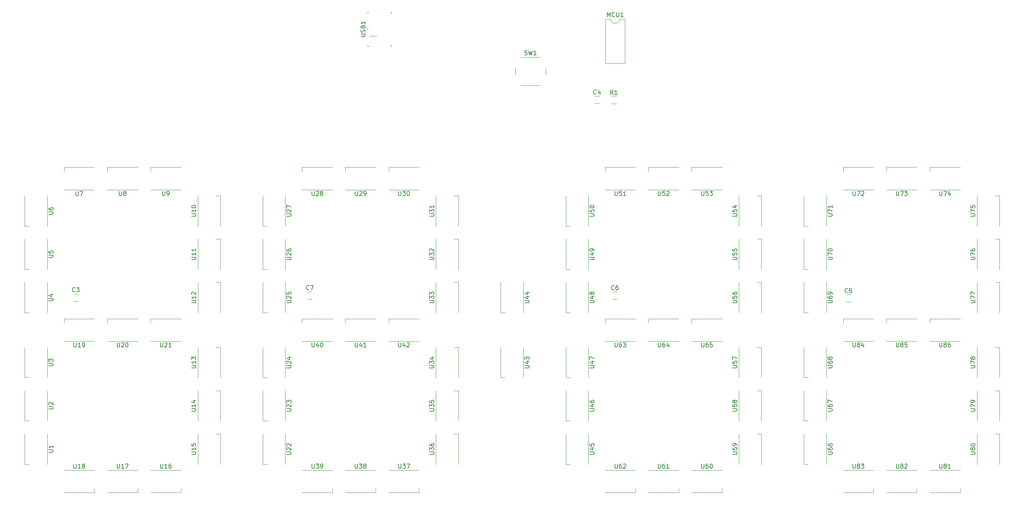
<source format=gbr>
G04 #@! TF.GenerationSoftware,KiCad,Pcbnew,(5.0.0)*
G04 #@! TF.CreationDate,2020-05-21T20:29:27-04:00*
G04 #@! TF.ProjectId,WS2812 ClockDIY,57533238313220436C6F636B4449592E,rev?*
G04 #@! TF.SameCoordinates,Original*
G04 #@! TF.FileFunction,Legend,Top*
G04 #@! TF.FilePolarity,Positive*
%FSLAX46Y46*%
G04 Gerber Fmt 4.6, Leading zero omitted, Abs format (unit mm)*
G04 Created by KiCad (PCBNEW (5.0.0)) date 05/21/20 20:29:27*
%MOMM*%
%LPD*%
G01*
G04 APERTURE LIST*
%ADD10C,0.120000*%
%ADD11C,0.100000*%
%ADD12C,0.150000*%
G04 APERTURE END LIST*
D10*
G04 #@! TO.C,U84*
X221500000Y-99900000D02*
X221500000Y-100900000D01*
X228500000Y-99900000D02*
X221500000Y-99900000D01*
X228500000Y-105100000D02*
X221500000Y-105100000D01*
G04 #@! TO.C,C3*
X43750000Y-95850000D02*
X44750000Y-95850000D01*
X44750000Y-94150000D02*
X43750000Y-94150000D01*
G04 #@! TO.C,C4*
X165141001Y-48466001D02*
X164141001Y-48466001D01*
X164141001Y-50166001D02*
X165141001Y-50166001D01*
G04 #@! TO.C,C5*
X222200000Y-96050000D02*
X223200000Y-96050000D01*
X223200000Y-94350000D02*
X222200000Y-94350000D01*
G04 #@! TO.C,C6*
X169250000Y-93650000D02*
X168250000Y-93650000D01*
X168250000Y-95350000D02*
X169250000Y-95350000D01*
G04 #@! TO.C,C7*
X97750000Y-95350000D02*
X98750000Y-95350000D01*
X98750000Y-93650000D02*
X97750000Y-93650000D01*
G04 #@! TO.C,MCU1*
X169810000Y-30670000D02*
G75*
G02X167810000Y-30670000I-1000000J0D01*
G01*
X167810000Y-30670000D02*
X166560000Y-30670000D01*
X166560000Y-30670000D02*
X166560000Y-40950000D01*
X166560000Y-40950000D02*
X171060000Y-40950000D01*
X171060000Y-40950000D02*
X171060000Y-30670000D01*
X171060000Y-30670000D02*
X169810000Y-30670000D01*
G04 #@! TO.C,R1*
X167891001Y-48466001D02*
X169091001Y-48466001D01*
X169091001Y-50226001D02*
X167891001Y-50226001D01*
G04 #@! TO.C,SW1*
X152750000Y-43500000D02*
X152750000Y-42000000D01*
X151500000Y-39500000D02*
X147000000Y-39500000D01*
X145750000Y-42000000D02*
X145750000Y-43500000D01*
X147000000Y-46000000D02*
X151500000Y-46000000D01*
G04 #@! TO.C,U1*
X37600000Y-126500000D02*
X37600000Y-133500000D01*
X32400000Y-126500000D02*
X32400000Y-133500000D01*
X32400000Y-133500000D02*
X33400000Y-133500000D01*
G04 #@! TO.C,U2*
X32400000Y-123500000D02*
X33400000Y-123500000D01*
X32400000Y-116500000D02*
X32400000Y-123500000D01*
X37600000Y-116500000D02*
X37600000Y-123500000D01*
G04 #@! TO.C,U3*
X32400000Y-113500000D02*
X33400000Y-113500000D01*
X32400000Y-106500000D02*
X32400000Y-113500000D01*
X37600000Y-106500000D02*
X37600000Y-113500000D01*
G04 #@! TO.C,U4*
X37600000Y-91500000D02*
X37600000Y-98500000D01*
X32400000Y-91500000D02*
X32400000Y-98500000D01*
X32400000Y-98500000D02*
X33400000Y-98500000D01*
G04 #@! TO.C,U5*
X32400000Y-88500000D02*
X33400000Y-88500000D01*
X32400000Y-81500000D02*
X32400000Y-88500000D01*
X37600000Y-81500000D02*
X37600000Y-88500000D01*
G04 #@! TO.C,U6*
X37600000Y-71500000D02*
X37600000Y-78500000D01*
X32400000Y-71500000D02*
X32400000Y-78500000D01*
X32400000Y-78500000D02*
X33400000Y-78500000D01*
G04 #@! TO.C,U7*
X41500000Y-64900000D02*
X41500000Y-65900000D01*
X48500000Y-64900000D02*
X41500000Y-64900000D01*
X48500000Y-70100000D02*
X41500000Y-70100000D01*
G04 #@! TO.C,U8*
X58500000Y-70100000D02*
X51500000Y-70100000D01*
X58500000Y-64900000D02*
X51500000Y-64900000D01*
X51500000Y-64900000D02*
X51500000Y-65900000D01*
G04 #@! TO.C,U9*
X61500000Y-64900000D02*
X61500000Y-65900000D01*
X68500000Y-64900000D02*
X61500000Y-64900000D01*
X68500000Y-70100000D02*
X61500000Y-70100000D01*
G04 #@! TO.C,U10*
X72400000Y-78500000D02*
X72400000Y-71500000D01*
X77600000Y-78500000D02*
X77600000Y-71500000D01*
X77600000Y-71500000D02*
X76600000Y-71500000D01*
G04 #@! TO.C,U11*
X72400000Y-88500000D02*
X72400000Y-81500000D01*
X77600000Y-88500000D02*
X77600000Y-81500000D01*
X77600000Y-81500000D02*
X76600000Y-81500000D01*
G04 #@! TO.C,U12*
X77600000Y-91500000D02*
X76600000Y-91500000D01*
X77600000Y-98500000D02*
X77600000Y-91500000D01*
X72400000Y-98500000D02*
X72400000Y-91500000D01*
G04 #@! TO.C,U13*
X72400000Y-113500000D02*
X72400000Y-106500000D01*
X77600000Y-113500000D02*
X77600000Y-106500000D01*
X77600000Y-106500000D02*
X76600000Y-106500000D01*
G04 #@! TO.C,U14*
X77600000Y-116500000D02*
X76600000Y-116500000D01*
X77600000Y-123500000D02*
X77600000Y-116500000D01*
X72400000Y-123500000D02*
X72400000Y-116500000D01*
G04 #@! TO.C,U15*
X72400000Y-133500000D02*
X72400000Y-126500000D01*
X77600000Y-133500000D02*
X77600000Y-126500000D01*
X77600000Y-126500000D02*
X76600000Y-126500000D01*
G04 #@! TO.C,U16*
X68500000Y-140100000D02*
X68500000Y-139100000D01*
X61500000Y-140100000D02*
X68500000Y-140100000D01*
X61500000Y-134900000D02*
X68500000Y-134900000D01*
G04 #@! TO.C,U17*
X51500000Y-134900000D02*
X58500000Y-134900000D01*
X51500000Y-140100000D02*
X58500000Y-140100000D01*
X58500000Y-140100000D02*
X58500000Y-139100000D01*
G04 #@! TO.C,U18*
X48500000Y-140100000D02*
X48500000Y-139100000D01*
X41500000Y-140100000D02*
X48500000Y-140100000D01*
X41500000Y-134900000D02*
X48500000Y-134900000D01*
G04 #@! TO.C,U19*
X48500000Y-105100000D02*
X41500000Y-105100000D01*
X48500000Y-99900000D02*
X41500000Y-99900000D01*
X41500000Y-99900000D02*
X41500000Y-100900000D01*
G04 #@! TO.C,U20*
X51500000Y-99900000D02*
X51500000Y-100900000D01*
X58500000Y-99900000D02*
X51500000Y-99900000D01*
X58500000Y-105100000D02*
X51500000Y-105100000D01*
G04 #@! TO.C,U21*
X61500000Y-99900000D02*
X61500000Y-100900000D01*
X68500000Y-99900000D02*
X61500000Y-99900000D01*
X68500000Y-105100000D02*
X61500000Y-105100000D01*
G04 #@! TO.C,U22*
X92600000Y-126500000D02*
X92600000Y-133500000D01*
X87400000Y-126500000D02*
X87400000Y-133500000D01*
X87400000Y-133500000D02*
X88400000Y-133500000D01*
G04 #@! TO.C,U23*
X87400000Y-123500000D02*
X88400000Y-123500000D01*
X87400000Y-116500000D02*
X87400000Y-123500000D01*
X92600000Y-116500000D02*
X92600000Y-123500000D01*
G04 #@! TO.C,U24*
X92600000Y-106500000D02*
X92600000Y-113500000D01*
X87400000Y-106500000D02*
X87400000Y-113500000D01*
X87400000Y-113500000D02*
X88400000Y-113500000D01*
G04 #@! TO.C,U25*
X87400000Y-98500000D02*
X88400000Y-98500000D01*
X87400000Y-91500000D02*
X87400000Y-98500000D01*
X92600000Y-91500000D02*
X92600000Y-98500000D01*
G04 #@! TO.C,U26*
X92600000Y-81500000D02*
X92600000Y-88500000D01*
X87400000Y-81500000D02*
X87400000Y-88500000D01*
X87400000Y-88500000D02*
X88400000Y-88500000D01*
G04 #@! TO.C,U27*
X87400000Y-78500000D02*
X88400000Y-78500000D01*
X87400000Y-71500000D02*
X87400000Y-78500000D01*
X92600000Y-71500000D02*
X92600000Y-78500000D01*
G04 #@! TO.C,U28*
X103500000Y-70100000D02*
X96500000Y-70100000D01*
X103500000Y-64900000D02*
X96500000Y-64900000D01*
X96500000Y-64900000D02*
X96500000Y-65900000D01*
G04 #@! TO.C,U29*
X106500000Y-64900000D02*
X106500000Y-65900000D01*
X113500000Y-64900000D02*
X106500000Y-64900000D01*
X113500000Y-70100000D02*
X106500000Y-70100000D01*
G04 #@! TO.C,U30*
X123500000Y-70100000D02*
X116500000Y-70100000D01*
X123500000Y-64900000D02*
X116500000Y-64900000D01*
X116500000Y-64900000D02*
X116500000Y-65900000D01*
G04 #@! TO.C,U31*
X132600000Y-71500000D02*
X131600000Y-71500000D01*
X132600000Y-78500000D02*
X132600000Y-71500000D01*
X127400000Y-78500000D02*
X127400000Y-71500000D01*
G04 #@! TO.C,U32*
X127400000Y-88500000D02*
X127400000Y-81500000D01*
X132600000Y-88500000D02*
X132600000Y-81500000D01*
X132600000Y-81500000D02*
X131600000Y-81500000D01*
G04 #@! TO.C,U33*
X132600000Y-91500000D02*
X131600000Y-91500000D01*
X132600000Y-98500000D02*
X132600000Y-91500000D01*
X127400000Y-98500000D02*
X127400000Y-91500000D01*
G04 #@! TO.C,U34*
X127400000Y-113500000D02*
X127400000Y-106500000D01*
X132600000Y-113500000D02*
X132600000Y-106500000D01*
X132600000Y-106500000D02*
X131600000Y-106500000D01*
G04 #@! TO.C,U35*
X132600000Y-116500000D02*
X131600000Y-116500000D01*
X132600000Y-123500000D02*
X132600000Y-116500000D01*
X127400000Y-123500000D02*
X127400000Y-116500000D01*
G04 #@! TO.C,U36*
X127400000Y-133500000D02*
X127400000Y-126500000D01*
X132600000Y-133500000D02*
X132600000Y-126500000D01*
X132600000Y-126500000D02*
X131600000Y-126500000D01*
G04 #@! TO.C,U37*
X123500000Y-140100000D02*
X123500000Y-139100000D01*
X116500000Y-140100000D02*
X123500000Y-140100000D01*
X116500000Y-134900000D02*
X123500000Y-134900000D01*
G04 #@! TO.C,U38*
X106500000Y-134900000D02*
X113500000Y-134900000D01*
X106500000Y-140100000D02*
X113500000Y-140100000D01*
X113500000Y-140100000D02*
X113500000Y-139100000D01*
G04 #@! TO.C,U39*
X103500000Y-140100000D02*
X103500000Y-139100000D01*
X96500000Y-140100000D02*
X103500000Y-140100000D01*
X96500000Y-134900000D02*
X103500000Y-134900000D01*
G04 #@! TO.C,U40*
X103500000Y-105100000D02*
X96500000Y-105100000D01*
X103500000Y-99900000D02*
X96500000Y-99900000D01*
X96500000Y-99900000D02*
X96500000Y-100900000D01*
D11*
G04 #@! TO.C,USB1*
X112150000Y-34600000D02*
X113750000Y-34600000D01*
X111650000Y-33000000D02*
X111650000Y-32700000D01*
X111650000Y-33000000D02*
X111650000Y-33300000D01*
X117150000Y-29100000D02*
X116850000Y-29100000D01*
X117150000Y-29100000D02*
X117150000Y-29400000D01*
X117150000Y-36900000D02*
X116850000Y-36900000D01*
X117150000Y-36900000D02*
X117150000Y-36600000D01*
X111650000Y-36900000D02*
X111650000Y-36600000D01*
X111650000Y-36900000D02*
X111950000Y-36900000D01*
X111650000Y-29100000D02*
X111650000Y-29400000D01*
X111650000Y-29100000D02*
X111950000Y-29100000D01*
D10*
G04 #@! TO.C,U41*
X106500000Y-99900000D02*
X106500000Y-100900000D01*
X113500000Y-99900000D02*
X106500000Y-99900000D01*
X113500000Y-105100000D02*
X106500000Y-105100000D01*
G04 #@! TO.C,U42*
X123500000Y-105100000D02*
X116500000Y-105100000D01*
X123500000Y-99900000D02*
X116500000Y-99900000D01*
X116500000Y-99900000D02*
X116500000Y-100900000D01*
G04 #@! TO.C,U43*
X142400000Y-113500000D02*
X143400000Y-113500000D01*
X142400000Y-106500000D02*
X142400000Y-113500000D01*
X147600000Y-106500000D02*
X147600000Y-113500000D01*
G04 #@! TO.C,U44*
X147600000Y-91500000D02*
X147600000Y-98500000D01*
X142400000Y-91500000D02*
X142400000Y-98500000D01*
X142400000Y-98500000D02*
X143400000Y-98500000D01*
G04 #@! TO.C,U45*
X157400000Y-133500000D02*
X158400000Y-133500000D01*
X157400000Y-126500000D02*
X157400000Y-133500000D01*
X162600000Y-126500000D02*
X162600000Y-133500000D01*
G04 #@! TO.C,U46*
X162600000Y-116500000D02*
X162600000Y-123500000D01*
X157400000Y-116500000D02*
X157400000Y-123500000D01*
X157400000Y-123500000D02*
X158400000Y-123500000D01*
G04 #@! TO.C,U47*
X157400000Y-113500000D02*
X158400000Y-113500000D01*
X157400000Y-106500000D02*
X157400000Y-113500000D01*
X162600000Y-106500000D02*
X162600000Y-113500000D01*
G04 #@! TO.C,U48*
X162600000Y-91500000D02*
X162600000Y-98500000D01*
X157400000Y-91500000D02*
X157400000Y-98500000D01*
X157400000Y-98500000D02*
X158400000Y-98500000D01*
G04 #@! TO.C,U49*
X157400000Y-88500000D02*
X158400000Y-88500000D01*
X157400000Y-81500000D02*
X157400000Y-88500000D01*
X162600000Y-81500000D02*
X162600000Y-88500000D01*
G04 #@! TO.C,U50*
X162600000Y-71500000D02*
X162600000Y-78500000D01*
X157400000Y-71500000D02*
X157400000Y-78500000D01*
X157400000Y-78500000D02*
X158400000Y-78500000D01*
G04 #@! TO.C,U51*
X166500000Y-64900000D02*
X166500000Y-65900000D01*
X173500000Y-64900000D02*
X166500000Y-64900000D01*
X173500000Y-70100000D02*
X166500000Y-70100000D01*
G04 #@! TO.C,U52*
X183500000Y-70100000D02*
X176500000Y-70100000D01*
X183500000Y-64900000D02*
X176500000Y-64900000D01*
X176500000Y-64900000D02*
X176500000Y-65900000D01*
G04 #@! TO.C,U53*
X186500000Y-64900000D02*
X186500000Y-65900000D01*
X193500000Y-64900000D02*
X186500000Y-64900000D01*
X193500000Y-70100000D02*
X186500000Y-70100000D01*
G04 #@! TO.C,U54*
X202600000Y-71500000D02*
X201600000Y-71500000D01*
X202600000Y-78500000D02*
X202600000Y-71500000D01*
X197400000Y-78500000D02*
X197400000Y-71500000D01*
G04 #@! TO.C,U55*
X197400000Y-88500000D02*
X197400000Y-81500000D01*
X202600000Y-88500000D02*
X202600000Y-81500000D01*
X202600000Y-81500000D02*
X201600000Y-81500000D01*
G04 #@! TO.C,U56*
X202600000Y-91500000D02*
X201600000Y-91500000D01*
X202600000Y-98500000D02*
X202600000Y-91500000D01*
X197400000Y-98500000D02*
X197400000Y-91500000D01*
G04 #@! TO.C,U57*
X197400000Y-113500000D02*
X197400000Y-106500000D01*
X202600000Y-113500000D02*
X202600000Y-106500000D01*
X202600000Y-106500000D02*
X201600000Y-106500000D01*
G04 #@! TO.C,U58*
X202600000Y-116500000D02*
X201600000Y-116500000D01*
X202600000Y-123500000D02*
X202600000Y-116500000D01*
X197400000Y-123500000D02*
X197400000Y-116500000D01*
G04 #@! TO.C,U59*
X202600000Y-126500000D02*
X201600000Y-126500000D01*
X202600000Y-133500000D02*
X202600000Y-126500000D01*
X197400000Y-133500000D02*
X197400000Y-126500000D01*
G04 #@! TO.C,U60*
X186500000Y-134900000D02*
X193500000Y-134900000D01*
X186500000Y-140100000D02*
X193500000Y-140100000D01*
X193500000Y-140100000D02*
X193500000Y-139100000D01*
G04 #@! TO.C,U61*
X183500000Y-140100000D02*
X183500000Y-139100000D01*
X176500000Y-140100000D02*
X183500000Y-140100000D01*
X176500000Y-134900000D02*
X183500000Y-134900000D01*
G04 #@! TO.C,U62*
X166500000Y-134900000D02*
X173500000Y-134900000D01*
X166500000Y-140100000D02*
X173500000Y-140100000D01*
X173500000Y-140100000D02*
X173500000Y-139100000D01*
G04 #@! TO.C,U63*
X166500000Y-99900000D02*
X166500000Y-100900000D01*
X173500000Y-99900000D02*
X166500000Y-99900000D01*
X173500000Y-105100000D02*
X166500000Y-105100000D01*
G04 #@! TO.C,U64*
X183500000Y-105100000D02*
X176500000Y-105100000D01*
X183500000Y-99900000D02*
X176500000Y-99900000D01*
X176500000Y-99900000D02*
X176500000Y-100900000D01*
G04 #@! TO.C,U65*
X186500000Y-99900000D02*
X186500000Y-100900000D01*
X193500000Y-99900000D02*
X186500000Y-99900000D01*
X193500000Y-105100000D02*
X186500000Y-105100000D01*
G04 #@! TO.C,U66*
X217600000Y-126500000D02*
X217600000Y-133500000D01*
X212400000Y-126500000D02*
X212400000Y-133500000D01*
X212400000Y-133500000D02*
X213400000Y-133500000D01*
G04 #@! TO.C,U67*
X212400000Y-123500000D02*
X213400000Y-123500000D01*
X212400000Y-116500000D02*
X212400000Y-123500000D01*
X217600000Y-116500000D02*
X217600000Y-123500000D01*
G04 #@! TO.C,U68*
X217600000Y-106500000D02*
X217600000Y-113500000D01*
X212400000Y-106500000D02*
X212400000Y-113500000D01*
X212400000Y-113500000D02*
X213400000Y-113500000D01*
G04 #@! TO.C,U69*
X212400000Y-98500000D02*
X213400000Y-98500000D01*
X212400000Y-91500000D02*
X212400000Y-98500000D01*
X217600000Y-91500000D02*
X217600000Y-98500000D01*
G04 #@! TO.C,U70*
X212400000Y-88500000D02*
X213400000Y-88500000D01*
X212400000Y-81500000D02*
X212400000Y-88500000D01*
X217600000Y-81500000D02*
X217600000Y-88500000D01*
G04 #@! TO.C,U71*
X217600000Y-71500000D02*
X217600000Y-78500000D01*
X212400000Y-71500000D02*
X212400000Y-78500000D01*
X212400000Y-78500000D02*
X213400000Y-78500000D01*
G04 #@! TO.C,U72*
X221500000Y-64900000D02*
X221500000Y-65900000D01*
X228500000Y-64900000D02*
X221500000Y-64900000D01*
X228500000Y-70100000D02*
X221500000Y-70100000D01*
G04 #@! TO.C,U73*
X238500000Y-70100000D02*
X231500000Y-70100000D01*
X238500000Y-64900000D02*
X231500000Y-64900000D01*
X231500000Y-64900000D02*
X231500000Y-65900000D01*
G04 #@! TO.C,U74*
X241500000Y-64900000D02*
X241500000Y-65900000D01*
X248500000Y-64900000D02*
X241500000Y-64900000D01*
X248500000Y-70100000D02*
X241500000Y-70100000D01*
G04 #@! TO.C,U75*
X252400000Y-78500000D02*
X252400000Y-71500000D01*
X257600000Y-78500000D02*
X257600000Y-71500000D01*
X257600000Y-71500000D02*
X256600000Y-71500000D01*
G04 #@! TO.C,U76*
X257600000Y-81500000D02*
X256600000Y-81500000D01*
X257600000Y-88500000D02*
X257600000Y-81500000D01*
X252400000Y-88500000D02*
X252400000Y-81500000D01*
G04 #@! TO.C,U77*
X252400000Y-98500000D02*
X252400000Y-91500000D01*
X257600000Y-98500000D02*
X257600000Y-91500000D01*
X257600000Y-91500000D02*
X256600000Y-91500000D01*
G04 #@! TO.C,U78*
X257600000Y-106500000D02*
X256600000Y-106500000D01*
X257600000Y-113500000D02*
X257600000Y-106500000D01*
X252400000Y-113500000D02*
X252400000Y-106500000D01*
G04 #@! TO.C,U79*
X252400000Y-123500000D02*
X252400000Y-116500000D01*
X257600000Y-123500000D02*
X257600000Y-116500000D01*
X257600000Y-116500000D02*
X256600000Y-116500000D01*
G04 #@! TO.C,U80*
X257600000Y-126500000D02*
X256600000Y-126500000D01*
X257600000Y-133500000D02*
X257600000Y-126500000D01*
X252400000Y-133500000D02*
X252400000Y-126500000D01*
G04 #@! TO.C,U81*
X241500000Y-134900000D02*
X248500000Y-134900000D01*
X241500000Y-140100000D02*
X248500000Y-140100000D01*
X248500000Y-140100000D02*
X248500000Y-139100000D01*
G04 #@! TO.C,U82*
X238500000Y-140100000D02*
X238500000Y-139100000D01*
X231500000Y-140100000D02*
X238500000Y-140100000D01*
X231500000Y-134900000D02*
X238500000Y-134900000D01*
G04 #@! TO.C,U83*
X221500000Y-134900000D02*
X228500000Y-134900000D01*
X221500000Y-140100000D02*
X228500000Y-140100000D01*
X228500000Y-140100000D02*
X228500000Y-139100000D01*
G04 #@! TO.C,U85*
X238500000Y-105100000D02*
X231500000Y-105100000D01*
X238500000Y-99900000D02*
X231500000Y-99900000D01*
X231500000Y-99900000D02*
X231500000Y-100900000D01*
G04 #@! TO.C,U86*
X241500000Y-99900000D02*
X241500000Y-100900000D01*
X248500000Y-99900000D02*
X241500000Y-99900000D01*
X248500000Y-105100000D02*
X241500000Y-105100000D01*
G04 #@! TO.C,U84*
D12*
X223761904Y-105452380D02*
X223761904Y-106261904D01*
X223809523Y-106357142D01*
X223857142Y-106404761D01*
X223952380Y-106452380D01*
X224142857Y-106452380D01*
X224238095Y-106404761D01*
X224285714Y-106357142D01*
X224333333Y-106261904D01*
X224333333Y-105452380D01*
X224952380Y-105880952D02*
X224857142Y-105833333D01*
X224809523Y-105785714D01*
X224761904Y-105690476D01*
X224761904Y-105642857D01*
X224809523Y-105547619D01*
X224857142Y-105500000D01*
X224952380Y-105452380D01*
X225142857Y-105452380D01*
X225238095Y-105500000D01*
X225285714Y-105547619D01*
X225333333Y-105642857D01*
X225333333Y-105690476D01*
X225285714Y-105785714D01*
X225238095Y-105833333D01*
X225142857Y-105880952D01*
X224952380Y-105880952D01*
X224857142Y-105928571D01*
X224809523Y-105976190D01*
X224761904Y-106071428D01*
X224761904Y-106261904D01*
X224809523Y-106357142D01*
X224857142Y-106404761D01*
X224952380Y-106452380D01*
X225142857Y-106452380D01*
X225238095Y-106404761D01*
X225285714Y-106357142D01*
X225333333Y-106261904D01*
X225333333Y-106071428D01*
X225285714Y-105976190D01*
X225238095Y-105928571D01*
X225142857Y-105880952D01*
X226190476Y-105785714D02*
X226190476Y-106452380D01*
X225952380Y-105404761D02*
X225714285Y-106119047D01*
X226333333Y-106119047D01*
G04 #@! TO.C,C3*
X44083333Y-93607142D02*
X44035714Y-93654761D01*
X43892857Y-93702380D01*
X43797619Y-93702380D01*
X43654761Y-93654761D01*
X43559523Y-93559523D01*
X43511904Y-93464285D01*
X43464285Y-93273809D01*
X43464285Y-93130952D01*
X43511904Y-92940476D01*
X43559523Y-92845238D01*
X43654761Y-92750000D01*
X43797619Y-92702380D01*
X43892857Y-92702380D01*
X44035714Y-92750000D01*
X44083333Y-92797619D01*
X44416666Y-92702380D02*
X45035714Y-92702380D01*
X44702380Y-93083333D01*
X44845238Y-93083333D01*
X44940476Y-93130952D01*
X44988095Y-93178571D01*
X45035714Y-93273809D01*
X45035714Y-93511904D01*
X44988095Y-93607142D01*
X44940476Y-93654761D01*
X44845238Y-93702380D01*
X44559523Y-93702380D01*
X44464285Y-93654761D01*
X44416666Y-93607142D01*
G04 #@! TO.C,C4*
X164474334Y-47923143D02*
X164426715Y-47970762D01*
X164283858Y-48018381D01*
X164188620Y-48018381D01*
X164045762Y-47970762D01*
X163950524Y-47875524D01*
X163902905Y-47780286D01*
X163855286Y-47589810D01*
X163855286Y-47446953D01*
X163902905Y-47256477D01*
X163950524Y-47161239D01*
X164045762Y-47066001D01*
X164188620Y-47018381D01*
X164283858Y-47018381D01*
X164426715Y-47066001D01*
X164474334Y-47113620D01*
X165331477Y-47351715D02*
X165331477Y-48018381D01*
X165093381Y-46970762D02*
X164855286Y-47685048D01*
X165474334Y-47685048D01*
G04 #@! TO.C,C5*
X222533333Y-93807142D02*
X222485714Y-93854761D01*
X222342857Y-93902380D01*
X222247619Y-93902380D01*
X222104761Y-93854761D01*
X222009523Y-93759523D01*
X221961904Y-93664285D01*
X221914285Y-93473809D01*
X221914285Y-93330952D01*
X221961904Y-93140476D01*
X222009523Y-93045238D01*
X222104761Y-92950000D01*
X222247619Y-92902380D01*
X222342857Y-92902380D01*
X222485714Y-92950000D01*
X222533333Y-92997619D01*
X223438095Y-92902380D02*
X222961904Y-92902380D01*
X222914285Y-93378571D01*
X222961904Y-93330952D01*
X223057142Y-93283333D01*
X223295238Y-93283333D01*
X223390476Y-93330952D01*
X223438095Y-93378571D01*
X223485714Y-93473809D01*
X223485714Y-93711904D01*
X223438095Y-93807142D01*
X223390476Y-93854761D01*
X223295238Y-93902380D01*
X223057142Y-93902380D01*
X222961904Y-93854761D01*
X222914285Y-93807142D01*
G04 #@! TO.C,C6*
X168583333Y-93107142D02*
X168535714Y-93154761D01*
X168392857Y-93202380D01*
X168297619Y-93202380D01*
X168154761Y-93154761D01*
X168059523Y-93059523D01*
X168011904Y-92964285D01*
X167964285Y-92773809D01*
X167964285Y-92630952D01*
X168011904Y-92440476D01*
X168059523Y-92345238D01*
X168154761Y-92250000D01*
X168297619Y-92202380D01*
X168392857Y-92202380D01*
X168535714Y-92250000D01*
X168583333Y-92297619D01*
X169440476Y-92202380D02*
X169250000Y-92202380D01*
X169154761Y-92250000D01*
X169107142Y-92297619D01*
X169011904Y-92440476D01*
X168964285Y-92630952D01*
X168964285Y-93011904D01*
X169011904Y-93107142D01*
X169059523Y-93154761D01*
X169154761Y-93202380D01*
X169345238Y-93202380D01*
X169440476Y-93154761D01*
X169488095Y-93107142D01*
X169535714Y-93011904D01*
X169535714Y-92773809D01*
X169488095Y-92678571D01*
X169440476Y-92630952D01*
X169345238Y-92583333D01*
X169154761Y-92583333D01*
X169059523Y-92630952D01*
X169011904Y-92678571D01*
X168964285Y-92773809D01*
G04 #@! TO.C,C7*
X98083333Y-93107142D02*
X98035714Y-93154761D01*
X97892857Y-93202380D01*
X97797619Y-93202380D01*
X97654761Y-93154761D01*
X97559523Y-93059523D01*
X97511904Y-92964285D01*
X97464285Y-92773809D01*
X97464285Y-92630952D01*
X97511904Y-92440476D01*
X97559523Y-92345238D01*
X97654761Y-92250000D01*
X97797619Y-92202380D01*
X97892857Y-92202380D01*
X98035714Y-92250000D01*
X98083333Y-92297619D01*
X98416666Y-92202380D02*
X99083333Y-92202380D01*
X98654761Y-93202380D01*
G04 #@! TO.C,MCU1*
X166976666Y-30122380D02*
X166976666Y-29122380D01*
X167310000Y-29836666D01*
X167643333Y-29122380D01*
X167643333Y-30122380D01*
X168690952Y-30027142D02*
X168643333Y-30074761D01*
X168500476Y-30122380D01*
X168405238Y-30122380D01*
X168262380Y-30074761D01*
X168167142Y-29979523D01*
X168119523Y-29884285D01*
X168071904Y-29693809D01*
X168071904Y-29550952D01*
X168119523Y-29360476D01*
X168167142Y-29265238D01*
X168262380Y-29170000D01*
X168405238Y-29122380D01*
X168500476Y-29122380D01*
X168643333Y-29170000D01*
X168690952Y-29217619D01*
X169119523Y-29122380D02*
X169119523Y-29931904D01*
X169167142Y-30027142D01*
X169214761Y-30074761D01*
X169310000Y-30122380D01*
X169500476Y-30122380D01*
X169595714Y-30074761D01*
X169643333Y-30027142D01*
X169690952Y-29931904D01*
X169690952Y-29122380D01*
X170690952Y-30122380D02*
X170119523Y-30122380D01*
X170405238Y-30122380D02*
X170405238Y-29122380D01*
X170310000Y-29265238D01*
X170214761Y-29360476D01*
X170119523Y-29408095D01*
G04 #@! TO.C,R1*
X168324334Y-48148381D02*
X167991001Y-47672191D01*
X167752905Y-48148381D02*
X167752905Y-47148381D01*
X168133858Y-47148381D01*
X168229096Y-47196001D01*
X168276715Y-47243620D01*
X168324334Y-47338858D01*
X168324334Y-47481715D01*
X168276715Y-47576953D01*
X168229096Y-47624572D01*
X168133858Y-47672191D01*
X167752905Y-47672191D01*
X169276715Y-48148381D02*
X168705286Y-48148381D01*
X168991001Y-48148381D02*
X168991001Y-47148381D01*
X168895762Y-47291239D01*
X168800524Y-47386477D01*
X168705286Y-47434096D01*
G04 #@! TO.C,SW1*
X147916666Y-38904761D02*
X148059523Y-38952380D01*
X148297619Y-38952380D01*
X148392857Y-38904761D01*
X148440476Y-38857142D01*
X148488095Y-38761904D01*
X148488095Y-38666666D01*
X148440476Y-38571428D01*
X148392857Y-38523809D01*
X148297619Y-38476190D01*
X148107142Y-38428571D01*
X148011904Y-38380952D01*
X147964285Y-38333333D01*
X147916666Y-38238095D01*
X147916666Y-38142857D01*
X147964285Y-38047619D01*
X148011904Y-38000000D01*
X148107142Y-37952380D01*
X148345238Y-37952380D01*
X148488095Y-38000000D01*
X148821428Y-37952380D02*
X149059523Y-38952380D01*
X149250000Y-38238095D01*
X149440476Y-38952380D01*
X149678571Y-37952380D01*
X150583333Y-38952380D02*
X150011904Y-38952380D01*
X150297619Y-38952380D02*
X150297619Y-37952380D01*
X150202380Y-38095238D01*
X150107142Y-38190476D01*
X150011904Y-38238095D01*
G04 #@! TO.C,U1*
X37952380Y-130761904D02*
X38761904Y-130761904D01*
X38857142Y-130714285D01*
X38904761Y-130666666D01*
X38952380Y-130571428D01*
X38952380Y-130380952D01*
X38904761Y-130285714D01*
X38857142Y-130238095D01*
X38761904Y-130190476D01*
X37952380Y-130190476D01*
X38952380Y-129190476D02*
X38952380Y-129761904D01*
X38952380Y-129476190D02*
X37952380Y-129476190D01*
X38095238Y-129571428D01*
X38190476Y-129666666D01*
X38238095Y-129761904D01*
G04 #@! TO.C,U2*
X37952380Y-120761904D02*
X38761904Y-120761904D01*
X38857142Y-120714285D01*
X38904761Y-120666666D01*
X38952380Y-120571428D01*
X38952380Y-120380952D01*
X38904761Y-120285714D01*
X38857142Y-120238095D01*
X38761904Y-120190476D01*
X37952380Y-120190476D01*
X38047619Y-119761904D02*
X38000000Y-119714285D01*
X37952380Y-119619047D01*
X37952380Y-119380952D01*
X38000000Y-119285714D01*
X38047619Y-119238095D01*
X38142857Y-119190476D01*
X38238095Y-119190476D01*
X38380952Y-119238095D01*
X38952380Y-119809523D01*
X38952380Y-119190476D01*
G04 #@! TO.C,U3*
X37952380Y-110761904D02*
X38761904Y-110761904D01*
X38857142Y-110714285D01*
X38904761Y-110666666D01*
X38952380Y-110571428D01*
X38952380Y-110380952D01*
X38904761Y-110285714D01*
X38857142Y-110238095D01*
X38761904Y-110190476D01*
X37952380Y-110190476D01*
X37952380Y-109809523D02*
X37952380Y-109190476D01*
X38333333Y-109523809D01*
X38333333Y-109380952D01*
X38380952Y-109285714D01*
X38428571Y-109238095D01*
X38523809Y-109190476D01*
X38761904Y-109190476D01*
X38857142Y-109238095D01*
X38904761Y-109285714D01*
X38952380Y-109380952D01*
X38952380Y-109666666D01*
X38904761Y-109761904D01*
X38857142Y-109809523D01*
G04 #@! TO.C,U4*
X37952380Y-95761904D02*
X38761904Y-95761904D01*
X38857142Y-95714285D01*
X38904761Y-95666666D01*
X38952380Y-95571428D01*
X38952380Y-95380952D01*
X38904761Y-95285714D01*
X38857142Y-95238095D01*
X38761904Y-95190476D01*
X37952380Y-95190476D01*
X38285714Y-94285714D02*
X38952380Y-94285714D01*
X37904761Y-94523809D02*
X38619047Y-94761904D01*
X38619047Y-94142857D01*
G04 #@! TO.C,U5*
X37952380Y-85761904D02*
X38761904Y-85761904D01*
X38857142Y-85714285D01*
X38904761Y-85666666D01*
X38952380Y-85571428D01*
X38952380Y-85380952D01*
X38904761Y-85285714D01*
X38857142Y-85238095D01*
X38761904Y-85190476D01*
X37952380Y-85190476D01*
X37952380Y-84238095D02*
X37952380Y-84714285D01*
X38428571Y-84761904D01*
X38380952Y-84714285D01*
X38333333Y-84619047D01*
X38333333Y-84380952D01*
X38380952Y-84285714D01*
X38428571Y-84238095D01*
X38523809Y-84190476D01*
X38761904Y-84190476D01*
X38857142Y-84238095D01*
X38904761Y-84285714D01*
X38952380Y-84380952D01*
X38952380Y-84619047D01*
X38904761Y-84714285D01*
X38857142Y-84761904D01*
G04 #@! TO.C,U6*
X37952380Y-75761904D02*
X38761904Y-75761904D01*
X38857142Y-75714285D01*
X38904761Y-75666666D01*
X38952380Y-75571428D01*
X38952380Y-75380952D01*
X38904761Y-75285714D01*
X38857142Y-75238095D01*
X38761904Y-75190476D01*
X37952380Y-75190476D01*
X37952380Y-74285714D02*
X37952380Y-74476190D01*
X38000000Y-74571428D01*
X38047619Y-74619047D01*
X38190476Y-74714285D01*
X38380952Y-74761904D01*
X38761904Y-74761904D01*
X38857142Y-74714285D01*
X38904761Y-74666666D01*
X38952380Y-74571428D01*
X38952380Y-74380952D01*
X38904761Y-74285714D01*
X38857142Y-74238095D01*
X38761904Y-74190476D01*
X38523809Y-74190476D01*
X38428571Y-74238095D01*
X38380952Y-74285714D01*
X38333333Y-74380952D01*
X38333333Y-74571428D01*
X38380952Y-74666666D01*
X38428571Y-74714285D01*
X38523809Y-74761904D01*
G04 #@! TO.C,U7*
X44238095Y-70452380D02*
X44238095Y-71261904D01*
X44285714Y-71357142D01*
X44333333Y-71404761D01*
X44428571Y-71452380D01*
X44619047Y-71452380D01*
X44714285Y-71404761D01*
X44761904Y-71357142D01*
X44809523Y-71261904D01*
X44809523Y-70452380D01*
X45190476Y-70452380D02*
X45857142Y-70452380D01*
X45428571Y-71452380D01*
G04 #@! TO.C,U8*
X54238095Y-70452380D02*
X54238095Y-71261904D01*
X54285714Y-71357142D01*
X54333333Y-71404761D01*
X54428571Y-71452380D01*
X54619047Y-71452380D01*
X54714285Y-71404761D01*
X54761904Y-71357142D01*
X54809523Y-71261904D01*
X54809523Y-70452380D01*
X55428571Y-70880952D02*
X55333333Y-70833333D01*
X55285714Y-70785714D01*
X55238095Y-70690476D01*
X55238095Y-70642857D01*
X55285714Y-70547619D01*
X55333333Y-70500000D01*
X55428571Y-70452380D01*
X55619047Y-70452380D01*
X55714285Y-70500000D01*
X55761904Y-70547619D01*
X55809523Y-70642857D01*
X55809523Y-70690476D01*
X55761904Y-70785714D01*
X55714285Y-70833333D01*
X55619047Y-70880952D01*
X55428571Y-70880952D01*
X55333333Y-70928571D01*
X55285714Y-70976190D01*
X55238095Y-71071428D01*
X55238095Y-71261904D01*
X55285714Y-71357142D01*
X55333333Y-71404761D01*
X55428571Y-71452380D01*
X55619047Y-71452380D01*
X55714285Y-71404761D01*
X55761904Y-71357142D01*
X55809523Y-71261904D01*
X55809523Y-71071428D01*
X55761904Y-70976190D01*
X55714285Y-70928571D01*
X55619047Y-70880952D01*
G04 #@! TO.C,U9*
X64238095Y-70452380D02*
X64238095Y-71261904D01*
X64285714Y-71357142D01*
X64333333Y-71404761D01*
X64428571Y-71452380D01*
X64619047Y-71452380D01*
X64714285Y-71404761D01*
X64761904Y-71357142D01*
X64809523Y-71261904D01*
X64809523Y-70452380D01*
X65333333Y-71452380D02*
X65523809Y-71452380D01*
X65619047Y-71404761D01*
X65666666Y-71357142D01*
X65761904Y-71214285D01*
X65809523Y-71023809D01*
X65809523Y-70642857D01*
X65761904Y-70547619D01*
X65714285Y-70500000D01*
X65619047Y-70452380D01*
X65428571Y-70452380D01*
X65333333Y-70500000D01*
X65285714Y-70547619D01*
X65238095Y-70642857D01*
X65238095Y-70880952D01*
X65285714Y-70976190D01*
X65333333Y-71023809D01*
X65428571Y-71071428D01*
X65619047Y-71071428D01*
X65714285Y-71023809D01*
X65761904Y-70976190D01*
X65809523Y-70880952D01*
G04 #@! TO.C,U10*
X70952380Y-76238095D02*
X71761904Y-76238095D01*
X71857142Y-76190476D01*
X71904761Y-76142857D01*
X71952380Y-76047619D01*
X71952380Y-75857142D01*
X71904761Y-75761904D01*
X71857142Y-75714285D01*
X71761904Y-75666666D01*
X70952380Y-75666666D01*
X71952380Y-74666666D02*
X71952380Y-75238095D01*
X71952380Y-74952380D02*
X70952380Y-74952380D01*
X71095238Y-75047619D01*
X71190476Y-75142857D01*
X71238095Y-75238095D01*
X70952380Y-74047619D02*
X70952380Y-73952380D01*
X71000000Y-73857142D01*
X71047619Y-73809523D01*
X71142857Y-73761904D01*
X71333333Y-73714285D01*
X71571428Y-73714285D01*
X71761904Y-73761904D01*
X71857142Y-73809523D01*
X71904761Y-73857142D01*
X71952380Y-73952380D01*
X71952380Y-74047619D01*
X71904761Y-74142857D01*
X71857142Y-74190476D01*
X71761904Y-74238095D01*
X71571428Y-74285714D01*
X71333333Y-74285714D01*
X71142857Y-74238095D01*
X71047619Y-74190476D01*
X71000000Y-74142857D01*
X70952380Y-74047619D01*
G04 #@! TO.C,U11*
X70952380Y-86238095D02*
X71761904Y-86238095D01*
X71857142Y-86190476D01*
X71904761Y-86142857D01*
X71952380Y-86047619D01*
X71952380Y-85857142D01*
X71904761Y-85761904D01*
X71857142Y-85714285D01*
X71761904Y-85666666D01*
X70952380Y-85666666D01*
X71952380Y-84666666D02*
X71952380Y-85238095D01*
X71952380Y-84952380D02*
X70952380Y-84952380D01*
X71095238Y-85047619D01*
X71190476Y-85142857D01*
X71238095Y-85238095D01*
X71952380Y-83714285D02*
X71952380Y-84285714D01*
X71952380Y-84000000D02*
X70952380Y-84000000D01*
X71095238Y-84095238D01*
X71190476Y-84190476D01*
X71238095Y-84285714D01*
G04 #@! TO.C,U12*
X70952380Y-96238095D02*
X71761904Y-96238095D01*
X71857142Y-96190476D01*
X71904761Y-96142857D01*
X71952380Y-96047619D01*
X71952380Y-95857142D01*
X71904761Y-95761904D01*
X71857142Y-95714285D01*
X71761904Y-95666666D01*
X70952380Y-95666666D01*
X71952380Y-94666666D02*
X71952380Y-95238095D01*
X71952380Y-94952380D02*
X70952380Y-94952380D01*
X71095238Y-95047619D01*
X71190476Y-95142857D01*
X71238095Y-95238095D01*
X71047619Y-94285714D02*
X71000000Y-94238095D01*
X70952380Y-94142857D01*
X70952380Y-93904761D01*
X71000000Y-93809523D01*
X71047619Y-93761904D01*
X71142857Y-93714285D01*
X71238095Y-93714285D01*
X71380952Y-93761904D01*
X71952380Y-94333333D01*
X71952380Y-93714285D01*
G04 #@! TO.C,U13*
X70952380Y-111238095D02*
X71761904Y-111238095D01*
X71857142Y-111190476D01*
X71904761Y-111142857D01*
X71952380Y-111047619D01*
X71952380Y-110857142D01*
X71904761Y-110761904D01*
X71857142Y-110714285D01*
X71761904Y-110666666D01*
X70952380Y-110666666D01*
X71952380Y-109666666D02*
X71952380Y-110238095D01*
X71952380Y-109952380D02*
X70952380Y-109952380D01*
X71095238Y-110047619D01*
X71190476Y-110142857D01*
X71238095Y-110238095D01*
X70952380Y-109333333D02*
X70952380Y-108714285D01*
X71333333Y-109047619D01*
X71333333Y-108904761D01*
X71380952Y-108809523D01*
X71428571Y-108761904D01*
X71523809Y-108714285D01*
X71761904Y-108714285D01*
X71857142Y-108761904D01*
X71904761Y-108809523D01*
X71952380Y-108904761D01*
X71952380Y-109190476D01*
X71904761Y-109285714D01*
X71857142Y-109333333D01*
G04 #@! TO.C,U14*
X70952380Y-121238095D02*
X71761904Y-121238095D01*
X71857142Y-121190476D01*
X71904761Y-121142857D01*
X71952380Y-121047619D01*
X71952380Y-120857142D01*
X71904761Y-120761904D01*
X71857142Y-120714285D01*
X71761904Y-120666666D01*
X70952380Y-120666666D01*
X71952380Y-119666666D02*
X71952380Y-120238095D01*
X71952380Y-119952380D02*
X70952380Y-119952380D01*
X71095238Y-120047619D01*
X71190476Y-120142857D01*
X71238095Y-120238095D01*
X71285714Y-118809523D02*
X71952380Y-118809523D01*
X70904761Y-119047619D02*
X71619047Y-119285714D01*
X71619047Y-118666666D01*
G04 #@! TO.C,U15*
X70952380Y-131238095D02*
X71761904Y-131238095D01*
X71857142Y-131190476D01*
X71904761Y-131142857D01*
X71952380Y-131047619D01*
X71952380Y-130857142D01*
X71904761Y-130761904D01*
X71857142Y-130714285D01*
X71761904Y-130666666D01*
X70952380Y-130666666D01*
X71952380Y-129666666D02*
X71952380Y-130238095D01*
X71952380Y-129952380D02*
X70952380Y-129952380D01*
X71095238Y-130047619D01*
X71190476Y-130142857D01*
X71238095Y-130238095D01*
X70952380Y-128761904D02*
X70952380Y-129238095D01*
X71428571Y-129285714D01*
X71380952Y-129238095D01*
X71333333Y-129142857D01*
X71333333Y-128904761D01*
X71380952Y-128809523D01*
X71428571Y-128761904D01*
X71523809Y-128714285D01*
X71761904Y-128714285D01*
X71857142Y-128761904D01*
X71904761Y-128809523D01*
X71952380Y-128904761D01*
X71952380Y-129142857D01*
X71904761Y-129238095D01*
X71857142Y-129285714D01*
G04 #@! TO.C,U16*
X63761904Y-133452380D02*
X63761904Y-134261904D01*
X63809523Y-134357142D01*
X63857142Y-134404761D01*
X63952380Y-134452380D01*
X64142857Y-134452380D01*
X64238095Y-134404761D01*
X64285714Y-134357142D01*
X64333333Y-134261904D01*
X64333333Y-133452380D01*
X65333333Y-134452380D02*
X64761904Y-134452380D01*
X65047619Y-134452380D02*
X65047619Y-133452380D01*
X64952380Y-133595238D01*
X64857142Y-133690476D01*
X64761904Y-133738095D01*
X66190476Y-133452380D02*
X66000000Y-133452380D01*
X65904761Y-133500000D01*
X65857142Y-133547619D01*
X65761904Y-133690476D01*
X65714285Y-133880952D01*
X65714285Y-134261904D01*
X65761904Y-134357142D01*
X65809523Y-134404761D01*
X65904761Y-134452380D01*
X66095238Y-134452380D01*
X66190476Y-134404761D01*
X66238095Y-134357142D01*
X66285714Y-134261904D01*
X66285714Y-134023809D01*
X66238095Y-133928571D01*
X66190476Y-133880952D01*
X66095238Y-133833333D01*
X65904761Y-133833333D01*
X65809523Y-133880952D01*
X65761904Y-133928571D01*
X65714285Y-134023809D01*
G04 #@! TO.C,U17*
X53761904Y-133452380D02*
X53761904Y-134261904D01*
X53809523Y-134357142D01*
X53857142Y-134404761D01*
X53952380Y-134452380D01*
X54142857Y-134452380D01*
X54238095Y-134404761D01*
X54285714Y-134357142D01*
X54333333Y-134261904D01*
X54333333Y-133452380D01*
X55333333Y-134452380D02*
X54761904Y-134452380D01*
X55047619Y-134452380D02*
X55047619Y-133452380D01*
X54952380Y-133595238D01*
X54857142Y-133690476D01*
X54761904Y-133738095D01*
X55666666Y-133452380D02*
X56333333Y-133452380D01*
X55904761Y-134452380D01*
G04 #@! TO.C,U18*
X43761904Y-133452380D02*
X43761904Y-134261904D01*
X43809523Y-134357142D01*
X43857142Y-134404761D01*
X43952380Y-134452380D01*
X44142857Y-134452380D01*
X44238095Y-134404761D01*
X44285714Y-134357142D01*
X44333333Y-134261904D01*
X44333333Y-133452380D01*
X45333333Y-134452380D02*
X44761904Y-134452380D01*
X45047619Y-134452380D02*
X45047619Y-133452380D01*
X44952380Y-133595238D01*
X44857142Y-133690476D01*
X44761904Y-133738095D01*
X45904761Y-133880952D02*
X45809523Y-133833333D01*
X45761904Y-133785714D01*
X45714285Y-133690476D01*
X45714285Y-133642857D01*
X45761904Y-133547619D01*
X45809523Y-133500000D01*
X45904761Y-133452380D01*
X46095238Y-133452380D01*
X46190476Y-133500000D01*
X46238095Y-133547619D01*
X46285714Y-133642857D01*
X46285714Y-133690476D01*
X46238095Y-133785714D01*
X46190476Y-133833333D01*
X46095238Y-133880952D01*
X45904761Y-133880952D01*
X45809523Y-133928571D01*
X45761904Y-133976190D01*
X45714285Y-134071428D01*
X45714285Y-134261904D01*
X45761904Y-134357142D01*
X45809523Y-134404761D01*
X45904761Y-134452380D01*
X46095238Y-134452380D01*
X46190476Y-134404761D01*
X46238095Y-134357142D01*
X46285714Y-134261904D01*
X46285714Y-134071428D01*
X46238095Y-133976190D01*
X46190476Y-133928571D01*
X46095238Y-133880952D01*
G04 #@! TO.C,U19*
X43761904Y-105452380D02*
X43761904Y-106261904D01*
X43809523Y-106357142D01*
X43857142Y-106404761D01*
X43952380Y-106452380D01*
X44142857Y-106452380D01*
X44238095Y-106404761D01*
X44285714Y-106357142D01*
X44333333Y-106261904D01*
X44333333Y-105452380D01*
X45333333Y-106452380D02*
X44761904Y-106452380D01*
X45047619Y-106452380D02*
X45047619Y-105452380D01*
X44952380Y-105595238D01*
X44857142Y-105690476D01*
X44761904Y-105738095D01*
X45809523Y-106452380D02*
X46000000Y-106452380D01*
X46095238Y-106404761D01*
X46142857Y-106357142D01*
X46238095Y-106214285D01*
X46285714Y-106023809D01*
X46285714Y-105642857D01*
X46238095Y-105547619D01*
X46190476Y-105500000D01*
X46095238Y-105452380D01*
X45904761Y-105452380D01*
X45809523Y-105500000D01*
X45761904Y-105547619D01*
X45714285Y-105642857D01*
X45714285Y-105880952D01*
X45761904Y-105976190D01*
X45809523Y-106023809D01*
X45904761Y-106071428D01*
X46095238Y-106071428D01*
X46190476Y-106023809D01*
X46238095Y-105976190D01*
X46285714Y-105880952D01*
G04 #@! TO.C,U20*
X53761904Y-105452380D02*
X53761904Y-106261904D01*
X53809523Y-106357142D01*
X53857142Y-106404761D01*
X53952380Y-106452380D01*
X54142857Y-106452380D01*
X54238095Y-106404761D01*
X54285714Y-106357142D01*
X54333333Y-106261904D01*
X54333333Y-105452380D01*
X54761904Y-105547619D02*
X54809523Y-105500000D01*
X54904761Y-105452380D01*
X55142857Y-105452380D01*
X55238095Y-105500000D01*
X55285714Y-105547619D01*
X55333333Y-105642857D01*
X55333333Y-105738095D01*
X55285714Y-105880952D01*
X54714285Y-106452380D01*
X55333333Y-106452380D01*
X55952380Y-105452380D02*
X56047619Y-105452380D01*
X56142857Y-105500000D01*
X56190476Y-105547619D01*
X56238095Y-105642857D01*
X56285714Y-105833333D01*
X56285714Y-106071428D01*
X56238095Y-106261904D01*
X56190476Y-106357142D01*
X56142857Y-106404761D01*
X56047619Y-106452380D01*
X55952380Y-106452380D01*
X55857142Y-106404761D01*
X55809523Y-106357142D01*
X55761904Y-106261904D01*
X55714285Y-106071428D01*
X55714285Y-105833333D01*
X55761904Y-105642857D01*
X55809523Y-105547619D01*
X55857142Y-105500000D01*
X55952380Y-105452380D01*
G04 #@! TO.C,U21*
X63761904Y-105452380D02*
X63761904Y-106261904D01*
X63809523Y-106357142D01*
X63857142Y-106404761D01*
X63952380Y-106452380D01*
X64142857Y-106452380D01*
X64238095Y-106404761D01*
X64285714Y-106357142D01*
X64333333Y-106261904D01*
X64333333Y-105452380D01*
X64761904Y-105547619D02*
X64809523Y-105500000D01*
X64904761Y-105452380D01*
X65142857Y-105452380D01*
X65238095Y-105500000D01*
X65285714Y-105547619D01*
X65333333Y-105642857D01*
X65333333Y-105738095D01*
X65285714Y-105880952D01*
X64714285Y-106452380D01*
X65333333Y-106452380D01*
X66285714Y-106452380D02*
X65714285Y-106452380D01*
X66000000Y-106452380D02*
X66000000Y-105452380D01*
X65904761Y-105595238D01*
X65809523Y-105690476D01*
X65714285Y-105738095D01*
G04 #@! TO.C,U22*
X92952380Y-131238095D02*
X93761904Y-131238095D01*
X93857142Y-131190476D01*
X93904761Y-131142857D01*
X93952380Y-131047619D01*
X93952380Y-130857142D01*
X93904761Y-130761904D01*
X93857142Y-130714285D01*
X93761904Y-130666666D01*
X92952380Y-130666666D01*
X93047619Y-130238095D02*
X93000000Y-130190476D01*
X92952380Y-130095238D01*
X92952380Y-129857142D01*
X93000000Y-129761904D01*
X93047619Y-129714285D01*
X93142857Y-129666666D01*
X93238095Y-129666666D01*
X93380952Y-129714285D01*
X93952380Y-130285714D01*
X93952380Y-129666666D01*
X93047619Y-129285714D02*
X93000000Y-129238095D01*
X92952380Y-129142857D01*
X92952380Y-128904761D01*
X93000000Y-128809523D01*
X93047619Y-128761904D01*
X93142857Y-128714285D01*
X93238095Y-128714285D01*
X93380952Y-128761904D01*
X93952380Y-129333333D01*
X93952380Y-128714285D01*
G04 #@! TO.C,U23*
X92952380Y-121238095D02*
X93761904Y-121238095D01*
X93857142Y-121190476D01*
X93904761Y-121142857D01*
X93952380Y-121047619D01*
X93952380Y-120857142D01*
X93904761Y-120761904D01*
X93857142Y-120714285D01*
X93761904Y-120666666D01*
X92952380Y-120666666D01*
X93047619Y-120238095D02*
X93000000Y-120190476D01*
X92952380Y-120095238D01*
X92952380Y-119857142D01*
X93000000Y-119761904D01*
X93047619Y-119714285D01*
X93142857Y-119666666D01*
X93238095Y-119666666D01*
X93380952Y-119714285D01*
X93952380Y-120285714D01*
X93952380Y-119666666D01*
X92952380Y-119333333D02*
X92952380Y-118714285D01*
X93333333Y-119047619D01*
X93333333Y-118904761D01*
X93380952Y-118809523D01*
X93428571Y-118761904D01*
X93523809Y-118714285D01*
X93761904Y-118714285D01*
X93857142Y-118761904D01*
X93904761Y-118809523D01*
X93952380Y-118904761D01*
X93952380Y-119190476D01*
X93904761Y-119285714D01*
X93857142Y-119333333D01*
G04 #@! TO.C,U24*
X92952380Y-111238095D02*
X93761904Y-111238095D01*
X93857142Y-111190476D01*
X93904761Y-111142857D01*
X93952380Y-111047619D01*
X93952380Y-110857142D01*
X93904761Y-110761904D01*
X93857142Y-110714285D01*
X93761904Y-110666666D01*
X92952380Y-110666666D01*
X93047619Y-110238095D02*
X93000000Y-110190476D01*
X92952380Y-110095238D01*
X92952380Y-109857142D01*
X93000000Y-109761904D01*
X93047619Y-109714285D01*
X93142857Y-109666666D01*
X93238095Y-109666666D01*
X93380952Y-109714285D01*
X93952380Y-110285714D01*
X93952380Y-109666666D01*
X93285714Y-108809523D02*
X93952380Y-108809523D01*
X92904761Y-109047619D02*
X93619047Y-109285714D01*
X93619047Y-108666666D01*
G04 #@! TO.C,U25*
X92952380Y-96238095D02*
X93761904Y-96238095D01*
X93857142Y-96190476D01*
X93904761Y-96142857D01*
X93952380Y-96047619D01*
X93952380Y-95857142D01*
X93904761Y-95761904D01*
X93857142Y-95714285D01*
X93761904Y-95666666D01*
X92952380Y-95666666D01*
X93047619Y-95238095D02*
X93000000Y-95190476D01*
X92952380Y-95095238D01*
X92952380Y-94857142D01*
X93000000Y-94761904D01*
X93047619Y-94714285D01*
X93142857Y-94666666D01*
X93238095Y-94666666D01*
X93380952Y-94714285D01*
X93952380Y-95285714D01*
X93952380Y-94666666D01*
X92952380Y-93761904D02*
X92952380Y-94238095D01*
X93428571Y-94285714D01*
X93380952Y-94238095D01*
X93333333Y-94142857D01*
X93333333Y-93904761D01*
X93380952Y-93809523D01*
X93428571Y-93761904D01*
X93523809Y-93714285D01*
X93761904Y-93714285D01*
X93857142Y-93761904D01*
X93904761Y-93809523D01*
X93952380Y-93904761D01*
X93952380Y-94142857D01*
X93904761Y-94238095D01*
X93857142Y-94285714D01*
G04 #@! TO.C,U26*
X92952380Y-86238095D02*
X93761904Y-86238095D01*
X93857142Y-86190476D01*
X93904761Y-86142857D01*
X93952380Y-86047619D01*
X93952380Y-85857142D01*
X93904761Y-85761904D01*
X93857142Y-85714285D01*
X93761904Y-85666666D01*
X92952380Y-85666666D01*
X93047619Y-85238095D02*
X93000000Y-85190476D01*
X92952380Y-85095238D01*
X92952380Y-84857142D01*
X93000000Y-84761904D01*
X93047619Y-84714285D01*
X93142857Y-84666666D01*
X93238095Y-84666666D01*
X93380952Y-84714285D01*
X93952380Y-85285714D01*
X93952380Y-84666666D01*
X92952380Y-83809523D02*
X92952380Y-84000000D01*
X93000000Y-84095238D01*
X93047619Y-84142857D01*
X93190476Y-84238095D01*
X93380952Y-84285714D01*
X93761904Y-84285714D01*
X93857142Y-84238095D01*
X93904761Y-84190476D01*
X93952380Y-84095238D01*
X93952380Y-83904761D01*
X93904761Y-83809523D01*
X93857142Y-83761904D01*
X93761904Y-83714285D01*
X93523809Y-83714285D01*
X93428571Y-83761904D01*
X93380952Y-83809523D01*
X93333333Y-83904761D01*
X93333333Y-84095238D01*
X93380952Y-84190476D01*
X93428571Y-84238095D01*
X93523809Y-84285714D01*
G04 #@! TO.C,U27*
X92952380Y-76238095D02*
X93761904Y-76238095D01*
X93857142Y-76190476D01*
X93904761Y-76142857D01*
X93952380Y-76047619D01*
X93952380Y-75857142D01*
X93904761Y-75761904D01*
X93857142Y-75714285D01*
X93761904Y-75666666D01*
X92952380Y-75666666D01*
X93047619Y-75238095D02*
X93000000Y-75190476D01*
X92952380Y-75095238D01*
X92952380Y-74857142D01*
X93000000Y-74761904D01*
X93047619Y-74714285D01*
X93142857Y-74666666D01*
X93238095Y-74666666D01*
X93380952Y-74714285D01*
X93952380Y-75285714D01*
X93952380Y-74666666D01*
X92952380Y-74333333D02*
X92952380Y-73666666D01*
X93952380Y-74095238D01*
G04 #@! TO.C,U28*
X98761904Y-70452380D02*
X98761904Y-71261904D01*
X98809523Y-71357142D01*
X98857142Y-71404761D01*
X98952380Y-71452380D01*
X99142857Y-71452380D01*
X99238095Y-71404761D01*
X99285714Y-71357142D01*
X99333333Y-71261904D01*
X99333333Y-70452380D01*
X99761904Y-70547619D02*
X99809523Y-70500000D01*
X99904761Y-70452380D01*
X100142857Y-70452380D01*
X100238095Y-70500000D01*
X100285714Y-70547619D01*
X100333333Y-70642857D01*
X100333333Y-70738095D01*
X100285714Y-70880952D01*
X99714285Y-71452380D01*
X100333333Y-71452380D01*
X100904761Y-70880952D02*
X100809523Y-70833333D01*
X100761904Y-70785714D01*
X100714285Y-70690476D01*
X100714285Y-70642857D01*
X100761904Y-70547619D01*
X100809523Y-70500000D01*
X100904761Y-70452380D01*
X101095238Y-70452380D01*
X101190476Y-70500000D01*
X101238095Y-70547619D01*
X101285714Y-70642857D01*
X101285714Y-70690476D01*
X101238095Y-70785714D01*
X101190476Y-70833333D01*
X101095238Y-70880952D01*
X100904761Y-70880952D01*
X100809523Y-70928571D01*
X100761904Y-70976190D01*
X100714285Y-71071428D01*
X100714285Y-71261904D01*
X100761904Y-71357142D01*
X100809523Y-71404761D01*
X100904761Y-71452380D01*
X101095238Y-71452380D01*
X101190476Y-71404761D01*
X101238095Y-71357142D01*
X101285714Y-71261904D01*
X101285714Y-71071428D01*
X101238095Y-70976190D01*
X101190476Y-70928571D01*
X101095238Y-70880952D01*
G04 #@! TO.C,U29*
X108761904Y-70452380D02*
X108761904Y-71261904D01*
X108809523Y-71357142D01*
X108857142Y-71404761D01*
X108952380Y-71452380D01*
X109142857Y-71452380D01*
X109238095Y-71404761D01*
X109285714Y-71357142D01*
X109333333Y-71261904D01*
X109333333Y-70452380D01*
X109761904Y-70547619D02*
X109809523Y-70500000D01*
X109904761Y-70452380D01*
X110142857Y-70452380D01*
X110238095Y-70500000D01*
X110285714Y-70547619D01*
X110333333Y-70642857D01*
X110333333Y-70738095D01*
X110285714Y-70880952D01*
X109714285Y-71452380D01*
X110333333Y-71452380D01*
X110809523Y-71452380D02*
X111000000Y-71452380D01*
X111095238Y-71404761D01*
X111142857Y-71357142D01*
X111238095Y-71214285D01*
X111285714Y-71023809D01*
X111285714Y-70642857D01*
X111238095Y-70547619D01*
X111190476Y-70500000D01*
X111095238Y-70452380D01*
X110904761Y-70452380D01*
X110809523Y-70500000D01*
X110761904Y-70547619D01*
X110714285Y-70642857D01*
X110714285Y-70880952D01*
X110761904Y-70976190D01*
X110809523Y-71023809D01*
X110904761Y-71071428D01*
X111095238Y-71071428D01*
X111190476Y-71023809D01*
X111238095Y-70976190D01*
X111285714Y-70880952D01*
G04 #@! TO.C,U30*
X118761904Y-70452380D02*
X118761904Y-71261904D01*
X118809523Y-71357142D01*
X118857142Y-71404761D01*
X118952380Y-71452380D01*
X119142857Y-71452380D01*
X119238095Y-71404761D01*
X119285714Y-71357142D01*
X119333333Y-71261904D01*
X119333333Y-70452380D01*
X119714285Y-70452380D02*
X120333333Y-70452380D01*
X120000000Y-70833333D01*
X120142857Y-70833333D01*
X120238095Y-70880952D01*
X120285714Y-70928571D01*
X120333333Y-71023809D01*
X120333333Y-71261904D01*
X120285714Y-71357142D01*
X120238095Y-71404761D01*
X120142857Y-71452380D01*
X119857142Y-71452380D01*
X119761904Y-71404761D01*
X119714285Y-71357142D01*
X120952380Y-70452380D02*
X121047619Y-70452380D01*
X121142857Y-70500000D01*
X121190476Y-70547619D01*
X121238095Y-70642857D01*
X121285714Y-70833333D01*
X121285714Y-71071428D01*
X121238095Y-71261904D01*
X121190476Y-71357142D01*
X121142857Y-71404761D01*
X121047619Y-71452380D01*
X120952380Y-71452380D01*
X120857142Y-71404761D01*
X120809523Y-71357142D01*
X120761904Y-71261904D01*
X120714285Y-71071428D01*
X120714285Y-70833333D01*
X120761904Y-70642857D01*
X120809523Y-70547619D01*
X120857142Y-70500000D01*
X120952380Y-70452380D01*
G04 #@! TO.C,U31*
X125952380Y-76238095D02*
X126761904Y-76238095D01*
X126857142Y-76190476D01*
X126904761Y-76142857D01*
X126952380Y-76047619D01*
X126952380Y-75857142D01*
X126904761Y-75761904D01*
X126857142Y-75714285D01*
X126761904Y-75666666D01*
X125952380Y-75666666D01*
X125952380Y-75285714D02*
X125952380Y-74666666D01*
X126333333Y-75000000D01*
X126333333Y-74857142D01*
X126380952Y-74761904D01*
X126428571Y-74714285D01*
X126523809Y-74666666D01*
X126761904Y-74666666D01*
X126857142Y-74714285D01*
X126904761Y-74761904D01*
X126952380Y-74857142D01*
X126952380Y-75142857D01*
X126904761Y-75238095D01*
X126857142Y-75285714D01*
X126952380Y-73714285D02*
X126952380Y-74285714D01*
X126952380Y-74000000D02*
X125952380Y-74000000D01*
X126095238Y-74095238D01*
X126190476Y-74190476D01*
X126238095Y-74285714D01*
G04 #@! TO.C,U32*
X125952380Y-86238095D02*
X126761904Y-86238095D01*
X126857142Y-86190476D01*
X126904761Y-86142857D01*
X126952380Y-86047619D01*
X126952380Y-85857142D01*
X126904761Y-85761904D01*
X126857142Y-85714285D01*
X126761904Y-85666666D01*
X125952380Y-85666666D01*
X125952380Y-85285714D02*
X125952380Y-84666666D01*
X126333333Y-85000000D01*
X126333333Y-84857142D01*
X126380952Y-84761904D01*
X126428571Y-84714285D01*
X126523809Y-84666666D01*
X126761904Y-84666666D01*
X126857142Y-84714285D01*
X126904761Y-84761904D01*
X126952380Y-84857142D01*
X126952380Y-85142857D01*
X126904761Y-85238095D01*
X126857142Y-85285714D01*
X126047619Y-84285714D02*
X126000000Y-84238095D01*
X125952380Y-84142857D01*
X125952380Y-83904761D01*
X126000000Y-83809523D01*
X126047619Y-83761904D01*
X126142857Y-83714285D01*
X126238095Y-83714285D01*
X126380952Y-83761904D01*
X126952380Y-84333333D01*
X126952380Y-83714285D01*
G04 #@! TO.C,U33*
X125952380Y-96238095D02*
X126761904Y-96238095D01*
X126857142Y-96190476D01*
X126904761Y-96142857D01*
X126952380Y-96047619D01*
X126952380Y-95857142D01*
X126904761Y-95761904D01*
X126857142Y-95714285D01*
X126761904Y-95666666D01*
X125952380Y-95666666D01*
X125952380Y-95285714D02*
X125952380Y-94666666D01*
X126333333Y-95000000D01*
X126333333Y-94857142D01*
X126380952Y-94761904D01*
X126428571Y-94714285D01*
X126523809Y-94666666D01*
X126761904Y-94666666D01*
X126857142Y-94714285D01*
X126904761Y-94761904D01*
X126952380Y-94857142D01*
X126952380Y-95142857D01*
X126904761Y-95238095D01*
X126857142Y-95285714D01*
X125952380Y-94333333D02*
X125952380Y-93714285D01*
X126333333Y-94047619D01*
X126333333Y-93904761D01*
X126380952Y-93809523D01*
X126428571Y-93761904D01*
X126523809Y-93714285D01*
X126761904Y-93714285D01*
X126857142Y-93761904D01*
X126904761Y-93809523D01*
X126952380Y-93904761D01*
X126952380Y-94190476D01*
X126904761Y-94285714D01*
X126857142Y-94333333D01*
G04 #@! TO.C,U34*
X125952380Y-111238095D02*
X126761904Y-111238095D01*
X126857142Y-111190476D01*
X126904761Y-111142857D01*
X126952380Y-111047619D01*
X126952380Y-110857142D01*
X126904761Y-110761904D01*
X126857142Y-110714285D01*
X126761904Y-110666666D01*
X125952380Y-110666666D01*
X125952380Y-110285714D02*
X125952380Y-109666666D01*
X126333333Y-110000000D01*
X126333333Y-109857142D01*
X126380952Y-109761904D01*
X126428571Y-109714285D01*
X126523809Y-109666666D01*
X126761904Y-109666666D01*
X126857142Y-109714285D01*
X126904761Y-109761904D01*
X126952380Y-109857142D01*
X126952380Y-110142857D01*
X126904761Y-110238095D01*
X126857142Y-110285714D01*
X126285714Y-108809523D02*
X126952380Y-108809523D01*
X125904761Y-109047619D02*
X126619047Y-109285714D01*
X126619047Y-108666666D01*
G04 #@! TO.C,U35*
X125952380Y-121238095D02*
X126761904Y-121238095D01*
X126857142Y-121190476D01*
X126904761Y-121142857D01*
X126952380Y-121047619D01*
X126952380Y-120857142D01*
X126904761Y-120761904D01*
X126857142Y-120714285D01*
X126761904Y-120666666D01*
X125952380Y-120666666D01*
X125952380Y-120285714D02*
X125952380Y-119666666D01*
X126333333Y-120000000D01*
X126333333Y-119857142D01*
X126380952Y-119761904D01*
X126428571Y-119714285D01*
X126523809Y-119666666D01*
X126761904Y-119666666D01*
X126857142Y-119714285D01*
X126904761Y-119761904D01*
X126952380Y-119857142D01*
X126952380Y-120142857D01*
X126904761Y-120238095D01*
X126857142Y-120285714D01*
X125952380Y-118761904D02*
X125952380Y-119238095D01*
X126428571Y-119285714D01*
X126380952Y-119238095D01*
X126333333Y-119142857D01*
X126333333Y-118904761D01*
X126380952Y-118809523D01*
X126428571Y-118761904D01*
X126523809Y-118714285D01*
X126761904Y-118714285D01*
X126857142Y-118761904D01*
X126904761Y-118809523D01*
X126952380Y-118904761D01*
X126952380Y-119142857D01*
X126904761Y-119238095D01*
X126857142Y-119285714D01*
G04 #@! TO.C,U36*
X125952380Y-131238095D02*
X126761904Y-131238095D01*
X126857142Y-131190476D01*
X126904761Y-131142857D01*
X126952380Y-131047619D01*
X126952380Y-130857142D01*
X126904761Y-130761904D01*
X126857142Y-130714285D01*
X126761904Y-130666666D01*
X125952380Y-130666666D01*
X125952380Y-130285714D02*
X125952380Y-129666666D01*
X126333333Y-130000000D01*
X126333333Y-129857142D01*
X126380952Y-129761904D01*
X126428571Y-129714285D01*
X126523809Y-129666666D01*
X126761904Y-129666666D01*
X126857142Y-129714285D01*
X126904761Y-129761904D01*
X126952380Y-129857142D01*
X126952380Y-130142857D01*
X126904761Y-130238095D01*
X126857142Y-130285714D01*
X125952380Y-128809523D02*
X125952380Y-129000000D01*
X126000000Y-129095238D01*
X126047619Y-129142857D01*
X126190476Y-129238095D01*
X126380952Y-129285714D01*
X126761904Y-129285714D01*
X126857142Y-129238095D01*
X126904761Y-129190476D01*
X126952380Y-129095238D01*
X126952380Y-128904761D01*
X126904761Y-128809523D01*
X126857142Y-128761904D01*
X126761904Y-128714285D01*
X126523809Y-128714285D01*
X126428571Y-128761904D01*
X126380952Y-128809523D01*
X126333333Y-128904761D01*
X126333333Y-129095238D01*
X126380952Y-129190476D01*
X126428571Y-129238095D01*
X126523809Y-129285714D01*
G04 #@! TO.C,U37*
X118761904Y-133452380D02*
X118761904Y-134261904D01*
X118809523Y-134357142D01*
X118857142Y-134404761D01*
X118952380Y-134452380D01*
X119142857Y-134452380D01*
X119238095Y-134404761D01*
X119285714Y-134357142D01*
X119333333Y-134261904D01*
X119333333Y-133452380D01*
X119714285Y-133452380D02*
X120333333Y-133452380D01*
X120000000Y-133833333D01*
X120142857Y-133833333D01*
X120238095Y-133880952D01*
X120285714Y-133928571D01*
X120333333Y-134023809D01*
X120333333Y-134261904D01*
X120285714Y-134357142D01*
X120238095Y-134404761D01*
X120142857Y-134452380D01*
X119857142Y-134452380D01*
X119761904Y-134404761D01*
X119714285Y-134357142D01*
X120666666Y-133452380D02*
X121333333Y-133452380D01*
X120904761Y-134452380D01*
G04 #@! TO.C,U38*
X108761904Y-133452380D02*
X108761904Y-134261904D01*
X108809523Y-134357142D01*
X108857142Y-134404761D01*
X108952380Y-134452380D01*
X109142857Y-134452380D01*
X109238095Y-134404761D01*
X109285714Y-134357142D01*
X109333333Y-134261904D01*
X109333333Y-133452380D01*
X109714285Y-133452380D02*
X110333333Y-133452380D01*
X110000000Y-133833333D01*
X110142857Y-133833333D01*
X110238095Y-133880952D01*
X110285714Y-133928571D01*
X110333333Y-134023809D01*
X110333333Y-134261904D01*
X110285714Y-134357142D01*
X110238095Y-134404761D01*
X110142857Y-134452380D01*
X109857142Y-134452380D01*
X109761904Y-134404761D01*
X109714285Y-134357142D01*
X110904761Y-133880952D02*
X110809523Y-133833333D01*
X110761904Y-133785714D01*
X110714285Y-133690476D01*
X110714285Y-133642857D01*
X110761904Y-133547619D01*
X110809523Y-133500000D01*
X110904761Y-133452380D01*
X111095238Y-133452380D01*
X111190476Y-133500000D01*
X111238095Y-133547619D01*
X111285714Y-133642857D01*
X111285714Y-133690476D01*
X111238095Y-133785714D01*
X111190476Y-133833333D01*
X111095238Y-133880952D01*
X110904761Y-133880952D01*
X110809523Y-133928571D01*
X110761904Y-133976190D01*
X110714285Y-134071428D01*
X110714285Y-134261904D01*
X110761904Y-134357142D01*
X110809523Y-134404761D01*
X110904761Y-134452380D01*
X111095238Y-134452380D01*
X111190476Y-134404761D01*
X111238095Y-134357142D01*
X111285714Y-134261904D01*
X111285714Y-134071428D01*
X111238095Y-133976190D01*
X111190476Y-133928571D01*
X111095238Y-133880952D01*
G04 #@! TO.C,U39*
X98761904Y-133452380D02*
X98761904Y-134261904D01*
X98809523Y-134357142D01*
X98857142Y-134404761D01*
X98952380Y-134452380D01*
X99142857Y-134452380D01*
X99238095Y-134404761D01*
X99285714Y-134357142D01*
X99333333Y-134261904D01*
X99333333Y-133452380D01*
X99714285Y-133452380D02*
X100333333Y-133452380D01*
X100000000Y-133833333D01*
X100142857Y-133833333D01*
X100238095Y-133880952D01*
X100285714Y-133928571D01*
X100333333Y-134023809D01*
X100333333Y-134261904D01*
X100285714Y-134357142D01*
X100238095Y-134404761D01*
X100142857Y-134452380D01*
X99857142Y-134452380D01*
X99761904Y-134404761D01*
X99714285Y-134357142D01*
X100809523Y-134452380D02*
X101000000Y-134452380D01*
X101095238Y-134404761D01*
X101142857Y-134357142D01*
X101238095Y-134214285D01*
X101285714Y-134023809D01*
X101285714Y-133642857D01*
X101238095Y-133547619D01*
X101190476Y-133500000D01*
X101095238Y-133452380D01*
X100904761Y-133452380D01*
X100809523Y-133500000D01*
X100761904Y-133547619D01*
X100714285Y-133642857D01*
X100714285Y-133880952D01*
X100761904Y-133976190D01*
X100809523Y-134023809D01*
X100904761Y-134071428D01*
X101095238Y-134071428D01*
X101190476Y-134023809D01*
X101238095Y-133976190D01*
X101285714Y-133880952D01*
G04 #@! TO.C,U40*
X98761904Y-105452380D02*
X98761904Y-106261904D01*
X98809523Y-106357142D01*
X98857142Y-106404761D01*
X98952380Y-106452380D01*
X99142857Y-106452380D01*
X99238095Y-106404761D01*
X99285714Y-106357142D01*
X99333333Y-106261904D01*
X99333333Y-105452380D01*
X100238095Y-105785714D02*
X100238095Y-106452380D01*
X100000000Y-105404761D02*
X99761904Y-106119047D01*
X100380952Y-106119047D01*
X100952380Y-105452380D02*
X101047619Y-105452380D01*
X101142857Y-105500000D01*
X101190476Y-105547619D01*
X101238095Y-105642857D01*
X101285714Y-105833333D01*
X101285714Y-106071428D01*
X101238095Y-106261904D01*
X101190476Y-106357142D01*
X101142857Y-106404761D01*
X101047619Y-106452380D01*
X100952380Y-106452380D01*
X100857142Y-106404761D01*
X100809523Y-106357142D01*
X100761904Y-106261904D01*
X100714285Y-106071428D01*
X100714285Y-105833333D01*
X100761904Y-105642857D01*
X100809523Y-105547619D01*
X100857142Y-105500000D01*
X100952380Y-105452380D01*
G04 #@! TO.C,USB1*
X110072380Y-34738095D02*
X110881904Y-34738095D01*
X110977142Y-34690476D01*
X111024761Y-34642857D01*
X111072380Y-34547619D01*
X111072380Y-34357142D01*
X111024761Y-34261904D01*
X110977142Y-34214285D01*
X110881904Y-34166666D01*
X110072380Y-34166666D01*
X111024761Y-33738095D02*
X111072380Y-33595238D01*
X111072380Y-33357142D01*
X111024761Y-33261904D01*
X110977142Y-33214285D01*
X110881904Y-33166666D01*
X110786666Y-33166666D01*
X110691428Y-33214285D01*
X110643809Y-33261904D01*
X110596190Y-33357142D01*
X110548571Y-33547619D01*
X110500952Y-33642857D01*
X110453333Y-33690476D01*
X110358095Y-33738095D01*
X110262857Y-33738095D01*
X110167619Y-33690476D01*
X110120000Y-33642857D01*
X110072380Y-33547619D01*
X110072380Y-33309523D01*
X110120000Y-33166666D01*
X110548571Y-32404761D02*
X110596190Y-32261904D01*
X110643809Y-32214285D01*
X110739047Y-32166666D01*
X110881904Y-32166666D01*
X110977142Y-32214285D01*
X111024761Y-32261904D01*
X111072380Y-32357142D01*
X111072380Y-32738095D01*
X110072380Y-32738095D01*
X110072380Y-32404761D01*
X110120000Y-32309523D01*
X110167619Y-32261904D01*
X110262857Y-32214285D01*
X110358095Y-32214285D01*
X110453333Y-32261904D01*
X110500952Y-32309523D01*
X110548571Y-32404761D01*
X110548571Y-32738095D01*
X111072380Y-31214285D02*
X111072380Y-31785714D01*
X111072380Y-31500000D02*
X110072380Y-31500000D01*
X110215238Y-31595238D01*
X110310476Y-31690476D01*
X110358095Y-31785714D01*
G04 #@! TO.C,U41*
X108761904Y-105452380D02*
X108761904Y-106261904D01*
X108809523Y-106357142D01*
X108857142Y-106404761D01*
X108952380Y-106452380D01*
X109142857Y-106452380D01*
X109238095Y-106404761D01*
X109285714Y-106357142D01*
X109333333Y-106261904D01*
X109333333Y-105452380D01*
X110238095Y-105785714D02*
X110238095Y-106452380D01*
X110000000Y-105404761D02*
X109761904Y-106119047D01*
X110380952Y-106119047D01*
X111285714Y-106452380D02*
X110714285Y-106452380D01*
X111000000Y-106452380D02*
X111000000Y-105452380D01*
X110904761Y-105595238D01*
X110809523Y-105690476D01*
X110714285Y-105738095D01*
G04 #@! TO.C,U42*
X118761904Y-105452380D02*
X118761904Y-106261904D01*
X118809523Y-106357142D01*
X118857142Y-106404761D01*
X118952380Y-106452380D01*
X119142857Y-106452380D01*
X119238095Y-106404761D01*
X119285714Y-106357142D01*
X119333333Y-106261904D01*
X119333333Y-105452380D01*
X120238095Y-105785714D02*
X120238095Y-106452380D01*
X120000000Y-105404761D02*
X119761904Y-106119047D01*
X120380952Y-106119047D01*
X120714285Y-105547619D02*
X120761904Y-105500000D01*
X120857142Y-105452380D01*
X121095238Y-105452380D01*
X121190476Y-105500000D01*
X121238095Y-105547619D01*
X121285714Y-105642857D01*
X121285714Y-105738095D01*
X121238095Y-105880952D01*
X120666666Y-106452380D01*
X121285714Y-106452380D01*
G04 #@! TO.C,U43*
X147952380Y-111238095D02*
X148761904Y-111238095D01*
X148857142Y-111190476D01*
X148904761Y-111142857D01*
X148952380Y-111047619D01*
X148952380Y-110857142D01*
X148904761Y-110761904D01*
X148857142Y-110714285D01*
X148761904Y-110666666D01*
X147952380Y-110666666D01*
X148285714Y-109761904D02*
X148952380Y-109761904D01*
X147904761Y-110000000D02*
X148619047Y-110238095D01*
X148619047Y-109619047D01*
X147952380Y-109333333D02*
X147952380Y-108714285D01*
X148333333Y-109047619D01*
X148333333Y-108904761D01*
X148380952Y-108809523D01*
X148428571Y-108761904D01*
X148523809Y-108714285D01*
X148761904Y-108714285D01*
X148857142Y-108761904D01*
X148904761Y-108809523D01*
X148952380Y-108904761D01*
X148952380Y-109190476D01*
X148904761Y-109285714D01*
X148857142Y-109333333D01*
G04 #@! TO.C,U44*
X147952380Y-96238095D02*
X148761904Y-96238095D01*
X148857142Y-96190476D01*
X148904761Y-96142857D01*
X148952380Y-96047619D01*
X148952380Y-95857142D01*
X148904761Y-95761904D01*
X148857142Y-95714285D01*
X148761904Y-95666666D01*
X147952380Y-95666666D01*
X148285714Y-94761904D02*
X148952380Y-94761904D01*
X147904761Y-95000000D02*
X148619047Y-95238095D01*
X148619047Y-94619047D01*
X148285714Y-93809523D02*
X148952380Y-93809523D01*
X147904761Y-94047619D02*
X148619047Y-94285714D01*
X148619047Y-93666666D01*
G04 #@! TO.C,U45*
X162952380Y-131238095D02*
X163761904Y-131238095D01*
X163857142Y-131190476D01*
X163904761Y-131142857D01*
X163952380Y-131047619D01*
X163952380Y-130857142D01*
X163904761Y-130761904D01*
X163857142Y-130714285D01*
X163761904Y-130666666D01*
X162952380Y-130666666D01*
X163285714Y-129761904D02*
X163952380Y-129761904D01*
X162904761Y-130000000D02*
X163619047Y-130238095D01*
X163619047Y-129619047D01*
X162952380Y-128761904D02*
X162952380Y-129238095D01*
X163428571Y-129285714D01*
X163380952Y-129238095D01*
X163333333Y-129142857D01*
X163333333Y-128904761D01*
X163380952Y-128809523D01*
X163428571Y-128761904D01*
X163523809Y-128714285D01*
X163761904Y-128714285D01*
X163857142Y-128761904D01*
X163904761Y-128809523D01*
X163952380Y-128904761D01*
X163952380Y-129142857D01*
X163904761Y-129238095D01*
X163857142Y-129285714D01*
G04 #@! TO.C,U46*
X162952380Y-121238095D02*
X163761904Y-121238095D01*
X163857142Y-121190476D01*
X163904761Y-121142857D01*
X163952380Y-121047619D01*
X163952380Y-120857142D01*
X163904761Y-120761904D01*
X163857142Y-120714285D01*
X163761904Y-120666666D01*
X162952380Y-120666666D01*
X163285714Y-119761904D02*
X163952380Y-119761904D01*
X162904761Y-120000000D02*
X163619047Y-120238095D01*
X163619047Y-119619047D01*
X162952380Y-118809523D02*
X162952380Y-119000000D01*
X163000000Y-119095238D01*
X163047619Y-119142857D01*
X163190476Y-119238095D01*
X163380952Y-119285714D01*
X163761904Y-119285714D01*
X163857142Y-119238095D01*
X163904761Y-119190476D01*
X163952380Y-119095238D01*
X163952380Y-118904761D01*
X163904761Y-118809523D01*
X163857142Y-118761904D01*
X163761904Y-118714285D01*
X163523809Y-118714285D01*
X163428571Y-118761904D01*
X163380952Y-118809523D01*
X163333333Y-118904761D01*
X163333333Y-119095238D01*
X163380952Y-119190476D01*
X163428571Y-119238095D01*
X163523809Y-119285714D01*
G04 #@! TO.C,U47*
X162952380Y-111238095D02*
X163761904Y-111238095D01*
X163857142Y-111190476D01*
X163904761Y-111142857D01*
X163952380Y-111047619D01*
X163952380Y-110857142D01*
X163904761Y-110761904D01*
X163857142Y-110714285D01*
X163761904Y-110666666D01*
X162952380Y-110666666D01*
X163285714Y-109761904D02*
X163952380Y-109761904D01*
X162904761Y-110000000D02*
X163619047Y-110238095D01*
X163619047Y-109619047D01*
X162952380Y-109333333D02*
X162952380Y-108666666D01*
X163952380Y-109095238D01*
G04 #@! TO.C,U48*
X162952380Y-96238095D02*
X163761904Y-96238095D01*
X163857142Y-96190476D01*
X163904761Y-96142857D01*
X163952380Y-96047619D01*
X163952380Y-95857142D01*
X163904761Y-95761904D01*
X163857142Y-95714285D01*
X163761904Y-95666666D01*
X162952380Y-95666666D01*
X163285714Y-94761904D02*
X163952380Y-94761904D01*
X162904761Y-95000000D02*
X163619047Y-95238095D01*
X163619047Y-94619047D01*
X163380952Y-94095238D02*
X163333333Y-94190476D01*
X163285714Y-94238095D01*
X163190476Y-94285714D01*
X163142857Y-94285714D01*
X163047619Y-94238095D01*
X163000000Y-94190476D01*
X162952380Y-94095238D01*
X162952380Y-93904761D01*
X163000000Y-93809523D01*
X163047619Y-93761904D01*
X163142857Y-93714285D01*
X163190476Y-93714285D01*
X163285714Y-93761904D01*
X163333333Y-93809523D01*
X163380952Y-93904761D01*
X163380952Y-94095238D01*
X163428571Y-94190476D01*
X163476190Y-94238095D01*
X163571428Y-94285714D01*
X163761904Y-94285714D01*
X163857142Y-94238095D01*
X163904761Y-94190476D01*
X163952380Y-94095238D01*
X163952380Y-93904761D01*
X163904761Y-93809523D01*
X163857142Y-93761904D01*
X163761904Y-93714285D01*
X163571428Y-93714285D01*
X163476190Y-93761904D01*
X163428571Y-93809523D01*
X163380952Y-93904761D01*
G04 #@! TO.C,U49*
X162952380Y-86238095D02*
X163761904Y-86238095D01*
X163857142Y-86190476D01*
X163904761Y-86142857D01*
X163952380Y-86047619D01*
X163952380Y-85857142D01*
X163904761Y-85761904D01*
X163857142Y-85714285D01*
X163761904Y-85666666D01*
X162952380Y-85666666D01*
X163285714Y-84761904D02*
X163952380Y-84761904D01*
X162904761Y-85000000D02*
X163619047Y-85238095D01*
X163619047Y-84619047D01*
X163952380Y-84190476D02*
X163952380Y-84000000D01*
X163904761Y-83904761D01*
X163857142Y-83857142D01*
X163714285Y-83761904D01*
X163523809Y-83714285D01*
X163142857Y-83714285D01*
X163047619Y-83761904D01*
X163000000Y-83809523D01*
X162952380Y-83904761D01*
X162952380Y-84095238D01*
X163000000Y-84190476D01*
X163047619Y-84238095D01*
X163142857Y-84285714D01*
X163380952Y-84285714D01*
X163476190Y-84238095D01*
X163523809Y-84190476D01*
X163571428Y-84095238D01*
X163571428Y-83904761D01*
X163523809Y-83809523D01*
X163476190Y-83761904D01*
X163380952Y-83714285D01*
G04 #@! TO.C,U50*
X162952380Y-76238095D02*
X163761904Y-76238095D01*
X163857142Y-76190476D01*
X163904761Y-76142857D01*
X163952380Y-76047619D01*
X163952380Y-75857142D01*
X163904761Y-75761904D01*
X163857142Y-75714285D01*
X163761904Y-75666666D01*
X162952380Y-75666666D01*
X162952380Y-74714285D02*
X162952380Y-75190476D01*
X163428571Y-75238095D01*
X163380952Y-75190476D01*
X163333333Y-75095238D01*
X163333333Y-74857142D01*
X163380952Y-74761904D01*
X163428571Y-74714285D01*
X163523809Y-74666666D01*
X163761904Y-74666666D01*
X163857142Y-74714285D01*
X163904761Y-74761904D01*
X163952380Y-74857142D01*
X163952380Y-75095238D01*
X163904761Y-75190476D01*
X163857142Y-75238095D01*
X162952380Y-74047619D02*
X162952380Y-73952380D01*
X163000000Y-73857142D01*
X163047619Y-73809523D01*
X163142857Y-73761904D01*
X163333333Y-73714285D01*
X163571428Y-73714285D01*
X163761904Y-73761904D01*
X163857142Y-73809523D01*
X163904761Y-73857142D01*
X163952380Y-73952380D01*
X163952380Y-74047619D01*
X163904761Y-74142857D01*
X163857142Y-74190476D01*
X163761904Y-74238095D01*
X163571428Y-74285714D01*
X163333333Y-74285714D01*
X163142857Y-74238095D01*
X163047619Y-74190476D01*
X163000000Y-74142857D01*
X162952380Y-74047619D01*
G04 #@! TO.C,U51*
X168761904Y-70452380D02*
X168761904Y-71261904D01*
X168809523Y-71357142D01*
X168857142Y-71404761D01*
X168952380Y-71452380D01*
X169142857Y-71452380D01*
X169238095Y-71404761D01*
X169285714Y-71357142D01*
X169333333Y-71261904D01*
X169333333Y-70452380D01*
X170285714Y-70452380D02*
X169809523Y-70452380D01*
X169761904Y-70928571D01*
X169809523Y-70880952D01*
X169904761Y-70833333D01*
X170142857Y-70833333D01*
X170238095Y-70880952D01*
X170285714Y-70928571D01*
X170333333Y-71023809D01*
X170333333Y-71261904D01*
X170285714Y-71357142D01*
X170238095Y-71404761D01*
X170142857Y-71452380D01*
X169904761Y-71452380D01*
X169809523Y-71404761D01*
X169761904Y-71357142D01*
X171285714Y-71452380D02*
X170714285Y-71452380D01*
X171000000Y-71452380D02*
X171000000Y-70452380D01*
X170904761Y-70595238D01*
X170809523Y-70690476D01*
X170714285Y-70738095D01*
G04 #@! TO.C,U52*
X178761904Y-70452380D02*
X178761904Y-71261904D01*
X178809523Y-71357142D01*
X178857142Y-71404761D01*
X178952380Y-71452380D01*
X179142857Y-71452380D01*
X179238095Y-71404761D01*
X179285714Y-71357142D01*
X179333333Y-71261904D01*
X179333333Y-70452380D01*
X180285714Y-70452380D02*
X179809523Y-70452380D01*
X179761904Y-70928571D01*
X179809523Y-70880952D01*
X179904761Y-70833333D01*
X180142857Y-70833333D01*
X180238095Y-70880952D01*
X180285714Y-70928571D01*
X180333333Y-71023809D01*
X180333333Y-71261904D01*
X180285714Y-71357142D01*
X180238095Y-71404761D01*
X180142857Y-71452380D01*
X179904761Y-71452380D01*
X179809523Y-71404761D01*
X179761904Y-71357142D01*
X180714285Y-70547619D02*
X180761904Y-70500000D01*
X180857142Y-70452380D01*
X181095238Y-70452380D01*
X181190476Y-70500000D01*
X181238095Y-70547619D01*
X181285714Y-70642857D01*
X181285714Y-70738095D01*
X181238095Y-70880952D01*
X180666666Y-71452380D01*
X181285714Y-71452380D01*
G04 #@! TO.C,U53*
X188761904Y-70452380D02*
X188761904Y-71261904D01*
X188809523Y-71357142D01*
X188857142Y-71404761D01*
X188952380Y-71452380D01*
X189142857Y-71452380D01*
X189238095Y-71404761D01*
X189285714Y-71357142D01*
X189333333Y-71261904D01*
X189333333Y-70452380D01*
X190285714Y-70452380D02*
X189809523Y-70452380D01*
X189761904Y-70928571D01*
X189809523Y-70880952D01*
X189904761Y-70833333D01*
X190142857Y-70833333D01*
X190238095Y-70880952D01*
X190285714Y-70928571D01*
X190333333Y-71023809D01*
X190333333Y-71261904D01*
X190285714Y-71357142D01*
X190238095Y-71404761D01*
X190142857Y-71452380D01*
X189904761Y-71452380D01*
X189809523Y-71404761D01*
X189761904Y-71357142D01*
X190666666Y-70452380D02*
X191285714Y-70452380D01*
X190952380Y-70833333D01*
X191095238Y-70833333D01*
X191190476Y-70880952D01*
X191238095Y-70928571D01*
X191285714Y-71023809D01*
X191285714Y-71261904D01*
X191238095Y-71357142D01*
X191190476Y-71404761D01*
X191095238Y-71452380D01*
X190809523Y-71452380D01*
X190714285Y-71404761D01*
X190666666Y-71357142D01*
G04 #@! TO.C,U54*
X195952380Y-76238095D02*
X196761904Y-76238095D01*
X196857142Y-76190476D01*
X196904761Y-76142857D01*
X196952380Y-76047619D01*
X196952380Y-75857142D01*
X196904761Y-75761904D01*
X196857142Y-75714285D01*
X196761904Y-75666666D01*
X195952380Y-75666666D01*
X195952380Y-74714285D02*
X195952380Y-75190476D01*
X196428571Y-75238095D01*
X196380952Y-75190476D01*
X196333333Y-75095238D01*
X196333333Y-74857142D01*
X196380952Y-74761904D01*
X196428571Y-74714285D01*
X196523809Y-74666666D01*
X196761904Y-74666666D01*
X196857142Y-74714285D01*
X196904761Y-74761904D01*
X196952380Y-74857142D01*
X196952380Y-75095238D01*
X196904761Y-75190476D01*
X196857142Y-75238095D01*
X196285714Y-73809523D02*
X196952380Y-73809523D01*
X195904761Y-74047619D02*
X196619047Y-74285714D01*
X196619047Y-73666666D01*
G04 #@! TO.C,U55*
X195952380Y-86238095D02*
X196761904Y-86238095D01*
X196857142Y-86190476D01*
X196904761Y-86142857D01*
X196952380Y-86047619D01*
X196952380Y-85857142D01*
X196904761Y-85761904D01*
X196857142Y-85714285D01*
X196761904Y-85666666D01*
X195952380Y-85666666D01*
X195952380Y-84714285D02*
X195952380Y-85190476D01*
X196428571Y-85238095D01*
X196380952Y-85190476D01*
X196333333Y-85095238D01*
X196333333Y-84857142D01*
X196380952Y-84761904D01*
X196428571Y-84714285D01*
X196523809Y-84666666D01*
X196761904Y-84666666D01*
X196857142Y-84714285D01*
X196904761Y-84761904D01*
X196952380Y-84857142D01*
X196952380Y-85095238D01*
X196904761Y-85190476D01*
X196857142Y-85238095D01*
X195952380Y-83761904D02*
X195952380Y-84238095D01*
X196428571Y-84285714D01*
X196380952Y-84238095D01*
X196333333Y-84142857D01*
X196333333Y-83904761D01*
X196380952Y-83809523D01*
X196428571Y-83761904D01*
X196523809Y-83714285D01*
X196761904Y-83714285D01*
X196857142Y-83761904D01*
X196904761Y-83809523D01*
X196952380Y-83904761D01*
X196952380Y-84142857D01*
X196904761Y-84238095D01*
X196857142Y-84285714D01*
G04 #@! TO.C,U56*
X195952380Y-96238095D02*
X196761904Y-96238095D01*
X196857142Y-96190476D01*
X196904761Y-96142857D01*
X196952380Y-96047619D01*
X196952380Y-95857142D01*
X196904761Y-95761904D01*
X196857142Y-95714285D01*
X196761904Y-95666666D01*
X195952380Y-95666666D01*
X195952380Y-94714285D02*
X195952380Y-95190476D01*
X196428571Y-95238095D01*
X196380952Y-95190476D01*
X196333333Y-95095238D01*
X196333333Y-94857142D01*
X196380952Y-94761904D01*
X196428571Y-94714285D01*
X196523809Y-94666666D01*
X196761904Y-94666666D01*
X196857142Y-94714285D01*
X196904761Y-94761904D01*
X196952380Y-94857142D01*
X196952380Y-95095238D01*
X196904761Y-95190476D01*
X196857142Y-95238095D01*
X195952380Y-93809523D02*
X195952380Y-94000000D01*
X196000000Y-94095238D01*
X196047619Y-94142857D01*
X196190476Y-94238095D01*
X196380952Y-94285714D01*
X196761904Y-94285714D01*
X196857142Y-94238095D01*
X196904761Y-94190476D01*
X196952380Y-94095238D01*
X196952380Y-93904761D01*
X196904761Y-93809523D01*
X196857142Y-93761904D01*
X196761904Y-93714285D01*
X196523809Y-93714285D01*
X196428571Y-93761904D01*
X196380952Y-93809523D01*
X196333333Y-93904761D01*
X196333333Y-94095238D01*
X196380952Y-94190476D01*
X196428571Y-94238095D01*
X196523809Y-94285714D01*
G04 #@! TO.C,U57*
X195952380Y-111238095D02*
X196761904Y-111238095D01*
X196857142Y-111190476D01*
X196904761Y-111142857D01*
X196952380Y-111047619D01*
X196952380Y-110857142D01*
X196904761Y-110761904D01*
X196857142Y-110714285D01*
X196761904Y-110666666D01*
X195952380Y-110666666D01*
X195952380Y-109714285D02*
X195952380Y-110190476D01*
X196428571Y-110238095D01*
X196380952Y-110190476D01*
X196333333Y-110095238D01*
X196333333Y-109857142D01*
X196380952Y-109761904D01*
X196428571Y-109714285D01*
X196523809Y-109666666D01*
X196761904Y-109666666D01*
X196857142Y-109714285D01*
X196904761Y-109761904D01*
X196952380Y-109857142D01*
X196952380Y-110095238D01*
X196904761Y-110190476D01*
X196857142Y-110238095D01*
X195952380Y-109333333D02*
X195952380Y-108666666D01*
X196952380Y-109095238D01*
G04 #@! TO.C,U58*
X195952380Y-121238095D02*
X196761904Y-121238095D01*
X196857142Y-121190476D01*
X196904761Y-121142857D01*
X196952380Y-121047619D01*
X196952380Y-120857142D01*
X196904761Y-120761904D01*
X196857142Y-120714285D01*
X196761904Y-120666666D01*
X195952380Y-120666666D01*
X195952380Y-119714285D02*
X195952380Y-120190476D01*
X196428571Y-120238095D01*
X196380952Y-120190476D01*
X196333333Y-120095238D01*
X196333333Y-119857142D01*
X196380952Y-119761904D01*
X196428571Y-119714285D01*
X196523809Y-119666666D01*
X196761904Y-119666666D01*
X196857142Y-119714285D01*
X196904761Y-119761904D01*
X196952380Y-119857142D01*
X196952380Y-120095238D01*
X196904761Y-120190476D01*
X196857142Y-120238095D01*
X196380952Y-119095238D02*
X196333333Y-119190476D01*
X196285714Y-119238095D01*
X196190476Y-119285714D01*
X196142857Y-119285714D01*
X196047619Y-119238095D01*
X196000000Y-119190476D01*
X195952380Y-119095238D01*
X195952380Y-118904761D01*
X196000000Y-118809523D01*
X196047619Y-118761904D01*
X196142857Y-118714285D01*
X196190476Y-118714285D01*
X196285714Y-118761904D01*
X196333333Y-118809523D01*
X196380952Y-118904761D01*
X196380952Y-119095238D01*
X196428571Y-119190476D01*
X196476190Y-119238095D01*
X196571428Y-119285714D01*
X196761904Y-119285714D01*
X196857142Y-119238095D01*
X196904761Y-119190476D01*
X196952380Y-119095238D01*
X196952380Y-118904761D01*
X196904761Y-118809523D01*
X196857142Y-118761904D01*
X196761904Y-118714285D01*
X196571428Y-118714285D01*
X196476190Y-118761904D01*
X196428571Y-118809523D01*
X196380952Y-118904761D01*
G04 #@! TO.C,U59*
X195952380Y-131238095D02*
X196761904Y-131238095D01*
X196857142Y-131190476D01*
X196904761Y-131142857D01*
X196952380Y-131047619D01*
X196952380Y-130857142D01*
X196904761Y-130761904D01*
X196857142Y-130714285D01*
X196761904Y-130666666D01*
X195952380Y-130666666D01*
X195952380Y-129714285D02*
X195952380Y-130190476D01*
X196428571Y-130238095D01*
X196380952Y-130190476D01*
X196333333Y-130095238D01*
X196333333Y-129857142D01*
X196380952Y-129761904D01*
X196428571Y-129714285D01*
X196523809Y-129666666D01*
X196761904Y-129666666D01*
X196857142Y-129714285D01*
X196904761Y-129761904D01*
X196952380Y-129857142D01*
X196952380Y-130095238D01*
X196904761Y-130190476D01*
X196857142Y-130238095D01*
X196952380Y-129190476D02*
X196952380Y-129000000D01*
X196904761Y-128904761D01*
X196857142Y-128857142D01*
X196714285Y-128761904D01*
X196523809Y-128714285D01*
X196142857Y-128714285D01*
X196047619Y-128761904D01*
X196000000Y-128809523D01*
X195952380Y-128904761D01*
X195952380Y-129095238D01*
X196000000Y-129190476D01*
X196047619Y-129238095D01*
X196142857Y-129285714D01*
X196380952Y-129285714D01*
X196476190Y-129238095D01*
X196523809Y-129190476D01*
X196571428Y-129095238D01*
X196571428Y-128904761D01*
X196523809Y-128809523D01*
X196476190Y-128761904D01*
X196380952Y-128714285D01*
G04 #@! TO.C,U60*
X188761904Y-133452380D02*
X188761904Y-134261904D01*
X188809523Y-134357142D01*
X188857142Y-134404761D01*
X188952380Y-134452380D01*
X189142857Y-134452380D01*
X189238095Y-134404761D01*
X189285714Y-134357142D01*
X189333333Y-134261904D01*
X189333333Y-133452380D01*
X190238095Y-133452380D02*
X190047619Y-133452380D01*
X189952380Y-133500000D01*
X189904761Y-133547619D01*
X189809523Y-133690476D01*
X189761904Y-133880952D01*
X189761904Y-134261904D01*
X189809523Y-134357142D01*
X189857142Y-134404761D01*
X189952380Y-134452380D01*
X190142857Y-134452380D01*
X190238095Y-134404761D01*
X190285714Y-134357142D01*
X190333333Y-134261904D01*
X190333333Y-134023809D01*
X190285714Y-133928571D01*
X190238095Y-133880952D01*
X190142857Y-133833333D01*
X189952380Y-133833333D01*
X189857142Y-133880952D01*
X189809523Y-133928571D01*
X189761904Y-134023809D01*
X190952380Y-133452380D02*
X191047619Y-133452380D01*
X191142857Y-133500000D01*
X191190476Y-133547619D01*
X191238095Y-133642857D01*
X191285714Y-133833333D01*
X191285714Y-134071428D01*
X191238095Y-134261904D01*
X191190476Y-134357142D01*
X191142857Y-134404761D01*
X191047619Y-134452380D01*
X190952380Y-134452380D01*
X190857142Y-134404761D01*
X190809523Y-134357142D01*
X190761904Y-134261904D01*
X190714285Y-134071428D01*
X190714285Y-133833333D01*
X190761904Y-133642857D01*
X190809523Y-133547619D01*
X190857142Y-133500000D01*
X190952380Y-133452380D01*
G04 #@! TO.C,U61*
X178761904Y-133452380D02*
X178761904Y-134261904D01*
X178809523Y-134357142D01*
X178857142Y-134404761D01*
X178952380Y-134452380D01*
X179142857Y-134452380D01*
X179238095Y-134404761D01*
X179285714Y-134357142D01*
X179333333Y-134261904D01*
X179333333Y-133452380D01*
X180238095Y-133452380D02*
X180047619Y-133452380D01*
X179952380Y-133500000D01*
X179904761Y-133547619D01*
X179809523Y-133690476D01*
X179761904Y-133880952D01*
X179761904Y-134261904D01*
X179809523Y-134357142D01*
X179857142Y-134404761D01*
X179952380Y-134452380D01*
X180142857Y-134452380D01*
X180238095Y-134404761D01*
X180285714Y-134357142D01*
X180333333Y-134261904D01*
X180333333Y-134023809D01*
X180285714Y-133928571D01*
X180238095Y-133880952D01*
X180142857Y-133833333D01*
X179952380Y-133833333D01*
X179857142Y-133880952D01*
X179809523Y-133928571D01*
X179761904Y-134023809D01*
X181285714Y-134452380D02*
X180714285Y-134452380D01*
X181000000Y-134452380D02*
X181000000Y-133452380D01*
X180904761Y-133595238D01*
X180809523Y-133690476D01*
X180714285Y-133738095D01*
G04 #@! TO.C,U62*
X168761904Y-133452380D02*
X168761904Y-134261904D01*
X168809523Y-134357142D01*
X168857142Y-134404761D01*
X168952380Y-134452380D01*
X169142857Y-134452380D01*
X169238095Y-134404761D01*
X169285714Y-134357142D01*
X169333333Y-134261904D01*
X169333333Y-133452380D01*
X170238095Y-133452380D02*
X170047619Y-133452380D01*
X169952380Y-133500000D01*
X169904761Y-133547619D01*
X169809523Y-133690476D01*
X169761904Y-133880952D01*
X169761904Y-134261904D01*
X169809523Y-134357142D01*
X169857142Y-134404761D01*
X169952380Y-134452380D01*
X170142857Y-134452380D01*
X170238095Y-134404761D01*
X170285714Y-134357142D01*
X170333333Y-134261904D01*
X170333333Y-134023809D01*
X170285714Y-133928571D01*
X170238095Y-133880952D01*
X170142857Y-133833333D01*
X169952380Y-133833333D01*
X169857142Y-133880952D01*
X169809523Y-133928571D01*
X169761904Y-134023809D01*
X170714285Y-133547619D02*
X170761904Y-133500000D01*
X170857142Y-133452380D01*
X171095238Y-133452380D01*
X171190476Y-133500000D01*
X171238095Y-133547619D01*
X171285714Y-133642857D01*
X171285714Y-133738095D01*
X171238095Y-133880952D01*
X170666666Y-134452380D01*
X171285714Y-134452380D01*
G04 #@! TO.C,U63*
X168761904Y-105452380D02*
X168761904Y-106261904D01*
X168809523Y-106357142D01*
X168857142Y-106404761D01*
X168952380Y-106452380D01*
X169142857Y-106452380D01*
X169238095Y-106404761D01*
X169285714Y-106357142D01*
X169333333Y-106261904D01*
X169333333Y-105452380D01*
X170238095Y-105452380D02*
X170047619Y-105452380D01*
X169952380Y-105500000D01*
X169904761Y-105547619D01*
X169809523Y-105690476D01*
X169761904Y-105880952D01*
X169761904Y-106261904D01*
X169809523Y-106357142D01*
X169857142Y-106404761D01*
X169952380Y-106452380D01*
X170142857Y-106452380D01*
X170238095Y-106404761D01*
X170285714Y-106357142D01*
X170333333Y-106261904D01*
X170333333Y-106023809D01*
X170285714Y-105928571D01*
X170238095Y-105880952D01*
X170142857Y-105833333D01*
X169952380Y-105833333D01*
X169857142Y-105880952D01*
X169809523Y-105928571D01*
X169761904Y-106023809D01*
X170666666Y-105452380D02*
X171285714Y-105452380D01*
X170952380Y-105833333D01*
X171095238Y-105833333D01*
X171190476Y-105880952D01*
X171238095Y-105928571D01*
X171285714Y-106023809D01*
X171285714Y-106261904D01*
X171238095Y-106357142D01*
X171190476Y-106404761D01*
X171095238Y-106452380D01*
X170809523Y-106452380D01*
X170714285Y-106404761D01*
X170666666Y-106357142D01*
G04 #@! TO.C,U64*
X178761904Y-105452380D02*
X178761904Y-106261904D01*
X178809523Y-106357142D01*
X178857142Y-106404761D01*
X178952380Y-106452380D01*
X179142857Y-106452380D01*
X179238095Y-106404761D01*
X179285714Y-106357142D01*
X179333333Y-106261904D01*
X179333333Y-105452380D01*
X180238095Y-105452380D02*
X180047619Y-105452380D01*
X179952380Y-105500000D01*
X179904761Y-105547619D01*
X179809523Y-105690476D01*
X179761904Y-105880952D01*
X179761904Y-106261904D01*
X179809523Y-106357142D01*
X179857142Y-106404761D01*
X179952380Y-106452380D01*
X180142857Y-106452380D01*
X180238095Y-106404761D01*
X180285714Y-106357142D01*
X180333333Y-106261904D01*
X180333333Y-106023809D01*
X180285714Y-105928571D01*
X180238095Y-105880952D01*
X180142857Y-105833333D01*
X179952380Y-105833333D01*
X179857142Y-105880952D01*
X179809523Y-105928571D01*
X179761904Y-106023809D01*
X181190476Y-105785714D02*
X181190476Y-106452380D01*
X180952380Y-105404761D02*
X180714285Y-106119047D01*
X181333333Y-106119047D01*
G04 #@! TO.C,U65*
X188761904Y-105452380D02*
X188761904Y-106261904D01*
X188809523Y-106357142D01*
X188857142Y-106404761D01*
X188952380Y-106452380D01*
X189142857Y-106452380D01*
X189238095Y-106404761D01*
X189285714Y-106357142D01*
X189333333Y-106261904D01*
X189333333Y-105452380D01*
X190238095Y-105452380D02*
X190047619Y-105452380D01*
X189952380Y-105500000D01*
X189904761Y-105547619D01*
X189809523Y-105690476D01*
X189761904Y-105880952D01*
X189761904Y-106261904D01*
X189809523Y-106357142D01*
X189857142Y-106404761D01*
X189952380Y-106452380D01*
X190142857Y-106452380D01*
X190238095Y-106404761D01*
X190285714Y-106357142D01*
X190333333Y-106261904D01*
X190333333Y-106023809D01*
X190285714Y-105928571D01*
X190238095Y-105880952D01*
X190142857Y-105833333D01*
X189952380Y-105833333D01*
X189857142Y-105880952D01*
X189809523Y-105928571D01*
X189761904Y-106023809D01*
X191238095Y-105452380D02*
X190761904Y-105452380D01*
X190714285Y-105928571D01*
X190761904Y-105880952D01*
X190857142Y-105833333D01*
X191095238Y-105833333D01*
X191190476Y-105880952D01*
X191238095Y-105928571D01*
X191285714Y-106023809D01*
X191285714Y-106261904D01*
X191238095Y-106357142D01*
X191190476Y-106404761D01*
X191095238Y-106452380D01*
X190857142Y-106452380D01*
X190761904Y-106404761D01*
X190714285Y-106357142D01*
G04 #@! TO.C,U66*
X217952380Y-131238095D02*
X218761904Y-131238095D01*
X218857142Y-131190476D01*
X218904761Y-131142857D01*
X218952380Y-131047619D01*
X218952380Y-130857142D01*
X218904761Y-130761904D01*
X218857142Y-130714285D01*
X218761904Y-130666666D01*
X217952380Y-130666666D01*
X217952380Y-129761904D02*
X217952380Y-129952380D01*
X218000000Y-130047619D01*
X218047619Y-130095238D01*
X218190476Y-130190476D01*
X218380952Y-130238095D01*
X218761904Y-130238095D01*
X218857142Y-130190476D01*
X218904761Y-130142857D01*
X218952380Y-130047619D01*
X218952380Y-129857142D01*
X218904761Y-129761904D01*
X218857142Y-129714285D01*
X218761904Y-129666666D01*
X218523809Y-129666666D01*
X218428571Y-129714285D01*
X218380952Y-129761904D01*
X218333333Y-129857142D01*
X218333333Y-130047619D01*
X218380952Y-130142857D01*
X218428571Y-130190476D01*
X218523809Y-130238095D01*
X217952380Y-128809523D02*
X217952380Y-129000000D01*
X218000000Y-129095238D01*
X218047619Y-129142857D01*
X218190476Y-129238095D01*
X218380952Y-129285714D01*
X218761904Y-129285714D01*
X218857142Y-129238095D01*
X218904761Y-129190476D01*
X218952380Y-129095238D01*
X218952380Y-128904761D01*
X218904761Y-128809523D01*
X218857142Y-128761904D01*
X218761904Y-128714285D01*
X218523809Y-128714285D01*
X218428571Y-128761904D01*
X218380952Y-128809523D01*
X218333333Y-128904761D01*
X218333333Y-129095238D01*
X218380952Y-129190476D01*
X218428571Y-129238095D01*
X218523809Y-129285714D01*
G04 #@! TO.C,U67*
X217952380Y-121238095D02*
X218761904Y-121238095D01*
X218857142Y-121190476D01*
X218904761Y-121142857D01*
X218952380Y-121047619D01*
X218952380Y-120857142D01*
X218904761Y-120761904D01*
X218857142Y-120714285D01*
X218761904Y-120666666D01*
X217952380Y-120666666D01*
X217952380Y-119761904D02*
X217952380Y-119952380D01*
X218000000Y-120047619D01*
X218047619Y-120095238D01*
X218190476Y-120190476D01*
X218380952Y-120238095D01*
X218761904Y-120238095D01*
X218857142Y-120190476D01*
X218904761Y-120142857D01*
X218952380Y-120047619D01*
X218952380Y-119857142D01*
X218904761Y-119761904D01*
X218857142Y-119714285D01*
X218761904Y-119666666D01*
X218523809Y-119666666D01*
X218428571Y-119714285D01*
X218380952Y-119761904D01*
X218333333Y-119857142D01*
X218333333Y-120047619D01*
X218380952Y-120142857D01*
X218428571Y-120190476D01*
X218523809Y-120238095D01*
X217952380Y-119333333D02*
X217952380Y-118666666D01*
X218952380Y-119095238D01*
G04 #@! TO.C,U68*
X217952380Y-111238095D02*
X218761904Y-111238095D01*
X218857142Y-111190476D01*
X218904761Y-111142857D01*
X218952380Y-111047619D01*
X218952380Y-110857142D01*
X218904761Y-110761904D01*
X218857142Y-110714285D01*
X218761904Y-110666666D01*
X217952380Y-110666666D01*
X217952380Y-109761904D02*
X217952380Y-109952380D01*
X218000000Y-110047619D01*
X218047619Y-110095238D01*
X218190476Y-110190476D01*
X218380952Y-110238095D01*
X218761904Y-110238095D01*
X218857142Y-110190476D01*
X218904761Y-110142857D01*
X218952380Y-110047619D01*
X218952380Y-109857142D01*
X218904761Y-109761904D01*
X218857142Y-109714285D01*
X218761904Y-109666666D01*
X218523809Y-109666666D01*
X218428571Y-109714285D01*
X218380952Y-109761904D01*
X218333333Y-109857142D01*
X218333333Y-110047619D01*
X218380952Y-110142857D01*
X218428571Y-110190476D01*
X218523809Y-110238095D01*
X218380952Y-109095238D02*
X218333333Y-109190476D01*
X218285714Y-109238095D01*
X218190476Y-109285714D01*
X218142857Y-109285714D01*
X218047619Y-109238095D01*
X218000000Y-109190476D01*
X217952380Y-109095238D01*
X217952380Y-108904761D01*
X218000000Y-108809523D01*
X218047619Y-108761904D01*
X218142857Y-108714285D01*
X218190476Y-108714285D01*
X218285714Y-108761904D01*
X218333333Y-108809523D01*
X218380952Y-108904761D01*
X218380952Y-109095238D01*
X218428571Y-109190476D01*
X218476190Y-109238095D01*
X218571428Y-109285714D01*
X218761904Y-109285714D01*
X218857142Y-109238095D01*
X218904761Y-109190476D01*
X218952380Y-109095238D01*
X218952380Y-108904761D01*
X218904761Y-108809523D01*
X218857142Y-108761904D01*
X218761904Y-108714285D01*
X218571428Y-108714285D01*
X218476190Y-108761904D01*
X218428571Y-108809523D01*
X218380952Y-108904761D01*
G04 #@! TO.C,U69*
X217952380Y-96238095D02*
X218761904Y-96238095D01*
X218857142Y-96190476D01*
X218904761Y-96142857D01*
X218952380Y-96047619D01*
X218952380Y-95857142D01*
X218904761Y-95761904D01*
X218857142Y-95714285D01*
X218761904Y-95666666D01*
X217952380Y-95666666D01*
X217952380Y-94761904D02*
X217952380Y-94952380D01*
X218000000Y-95047619D01*
X218047619Y-95095238D01*
X218190476Y-95190476D01*
X218380952Y-95238095D01*
X218761904Y-95238095D01*
X218857142Y-95190476D01*
X218904761Y-95142857D01*
X218952380Y-95047619D01*
X218952380Y-94857142D01*
X218904761Y-94761904D01*
X218857142Y-94714285D01*
X218761904Y-94666666D01*
X218523809Y-94666666D01*
X218428571Y-94714285D01*
X218380952Y-94761904D01*
X218333333Y-94857142D01*
X218333333Y-95047619D01*
X218380952Y-95142857D01*
X218428571Y-95190476D01*
X218523809Y-95238095D01*
X218952380Y-94190476D02*
X218952380Y-94000000D01*
X218904761Y-93904761D01*
X218857142Y-93857142D01*
X218714285Y-93761904D01*
X218523809Y-93714285D01*
X218142857Y-93714285D01*
X218047619Y-93761904D01*
X218000000Y-93809523D01*
X217952380Y-93904761D01*
X217952380Y-94095238D01*
X218000000Y-94190476D01*
X218047619Y-94238095D01*
X218142857Y-94285714D01*
X218380952Y-94285714D01*
X218476190Y-94238095D01*
X218523809Y-94190476D01*
X218571428Y-94095238D01*
X218571428Y-93904761D01*
X218523809Y-93809523D01*
X218476190Y-93761904D01*
X218380952Y-93714285D01*
G04 #@! TO.C,U70*
X217952380Y-86238095D02*
X218761904Y-86238095D01*
X218857142Y-86190476D01*
X218904761Y-86142857D01*
X218952380Y-86047619D01*
X218952380Y-85857142D01*
X218904761Y-85761904D01*
X218857142Y-85714285D01*
X218761904Y-85666666D01*
X217952380Y-85666666D01*
X217952380Y-85285714D02*
X217952380Y-84619047D01*
X218952380Y-85047619D01*
X217952380Y-84047619D02*
X217952380Y-83952380D01*
X218000000Y-83857142D01*
X218047619Y-83809523D01*
X218142857Y-83761904D01*
X218333333Y-83714285D01*
X218571428Y-83714285D01*
X218761904Y-83761904D01*
X218857142Y-83809523D01*
X218904761Y-83857142D01*
X218952380Y-83952380D01*
X218952380Y-84047619D01*
X218904761Y-84142857D01*
X218857142Y-84190476D01*
X218761904Y-84238095D01*
X218571428Y-84285714D01*
X218333333Y-84285714D01*
X218142857Y-84238095D01*
X218047619Y-84190476D01*
X218000000Y-84142857D01*
X217952380Y-84047619D01*
G04 #@! TO.C,U71*
X217952380Y-76238095D02*
X218761904Y-76238095D01*
X218857142Y-76190476D01*
X218904761Y-76142857D01*
X218952380Y-76047619D01*
X218952380Y-75857142D01*
X218904761Y-75761904D01*
X218857142Y-75714285D01*
X218761904Y-75666666D01*
X217952380Y-75666666D01*
X217952380Y-75285714D02*
X217952380Y-74619047D01*
X218952380Y-75047619D01*
X218952380Y-73714285D02*
X218952380Y-74285714D01*
X218952380Y-74000000D02*
X217952380Y-74000000D01*
X218095238Y-74095238D01*
X218190476Y-74190476D01*
X218238095Y-74285714D01*
G04 #@! TO.C,U72*
X223761904Y-70452380D02*
X223761904Y-71261904D01*
X223809523Y-71357142D01*
X223857142Y-71404761D01*
X223952380Y-71452380D01*
X224142857Y-71452380D01*
X224238095Y-71404761D01*
X224285714Y-71357142D01*
X224333333Y-71261904D01*
X224333333Y-70452380D01*
X224714285Y-70452380D02*
X225380952Y-70452380D01*
X224952380Y-71452380D01*
X225714285Y-70547619D02*
X225761904Y-70500000D01*
X225857142Y-70452380D01*
X226095238Y-70452380D01*
X226190476Y-70500000D01*
X226238095Y-70547619D01*
X226285714Y-70642857D01*
X226285714Y-70738095D01*
X226238095Y-70880952D01*
X225666666Y-71452380D01*
X226285714Y-71452380D01*
G04 #@! TO.C,U73*
X233761904Y-70452380D02*
X233761904Y-71261904D01*
X233809523Y-71357142D01*
X233857142Y-71404761D01*
X233952380Y-71452380D01*
X234142857Y-71452380D01*
X234238095Y-71404761D01*
X234285714Y-71357142D01*
X234333333Y-71261904D01*
X234333333Y-70452380D01*
X234714285Y-70452380D02*
X235380952Y-70452380D01*
X234952380Y-71452380D01*
X235666666Y-70452380D02*
X236285714Y-70452380D01*
X235952380Y-70833333D01*
X236095238Y-70833333D01*
X236190476Y-70880952D01*
X236238095Y-70928571D01*
X236285714Y-71023809D01*
X236285714Y-71261904D01*
X236238095Y-71357142D01*
X236190476Y-71404761D01*
X236095238Y-71452380D01*
X235809523Y-71452380D01*
X235714285Y-71404761D01*
X235666666Y-71357142D01*
G04 #@! TO.C,U74*
X243761904Y-70452380D02*
X243761904Y-71261904D01*
X243809523Y-71357142D01*
X243857142Y-71404761D01*
X243952380Y-71452380D01*
X244142857Y-71452380D01*
X244238095Y-71404761D01*
X244285714Y-71357142D01*
X244333333Y-71261904D01*
X244333333Y-70452380D01*
X244714285Y-70452380D02*
X245380952Y-70452380D01*
X244952380Y-71452380D01*
X246190476Y-70785714D02*
X246190476Y-71452380D01*
X245952380Y-70404761D02*
X245714285Y-71119047D01*
X246333333Y-71119047D01*
G04 #@! TO.C,U75*
X250952380Y-76238095D02*
X251761904Y-76238095D01*
X251857142Y-76190476D01*
X251904761Y-76142857D01*
X251952380Y-76047619D01*
X251952380Y-75857142D01*
X251904761Y-75761904D01*
X251857142Y-75714285D01*
X251761904Y-75666666D01*
X250952380Y-75666666D01*
X250952380Y-75285714D02*
X250952380Y-74619047D01*
X251952380Y-75047619D01*
X250952380Y-73761904D02*
X250952380Y-74238095D01*
X251428571Y-74285714D01*
X251380952Y-74238095D01*
X251333333Y-74142857D01*
X251333333Y-73904761D01*
X251380952Y-73809523D01*
X251428571Y-73761904D01*
X251523809Y-73714285D01*
X251761904Y-73714285D01*
X251857142Y-73761904D01*
X251904761Y-73809523D01*
X251952380Y-73904761D01*
X251952380Y-74142857D01*
X251904761Y-74238095D01*
X251857142Y-74285714D01*
G04 #@! TO.C,U76*
X250952380Y-86238095D02*
X251761904Y-86238095D01*
X251857142Y-86190476D01*
X251904761Y-86142857D01*
X251952380Y-86047619D01*
X251952380Y-85857142D01*
X251904761Y-85761904D01*
X251857142Y-85714285D01*
X251761904Y-85666666D01*
X250952380Y-85666666D01*
X250952380Y-85285714D02*
X250952380Y-84619047D01*
X251952380Y-85047619D01*
X250952380Y-83809523D02*
X250952380Y-84000000D01*
X251000000Y-84095238D01*
X251047619Y-84142857D01*
X251190476Y-84238095D01*
X251380952Y-84285714D01*
X251761904Y-84285714D01*
X251857142Y-84238095D01*
X251904761Y-84190476D01*
X251952380Y-84095238D01*
X251952380Y-83904761D01*
X251904761Y-83809523D01*
X251857142Y-83761904D01*
X251761904Y-83714285D01*
X251523809Y-83714285D01*
X251428571Y-83761904D01*
X251380952Y-83809523D01*
X251333333Y-83904761D01*
X251333333Y-84095238D01*
X251380952Y-84190476D01*
X251428571Y-84238095D01*
X251523809Y-84285714D01*
G04 #@! TO.C,U77*
X250952380Y-96238095D02*
X251761904Y-96238095D01*
X251857142Y-96190476D01*
X251904761Y-96142857D01*
X251952380Y-96047619D01*
X251952380Y-95857142D01*
X251904761Y-95761904D01*
X251857142Y-95714285D01*
X251761904Y-95666666D01*
X250952380Y-95666666D01*
X250952380Y-95285714D02*
X250952380Y-94619047D01*
X251952380Y-95047619D01*
X250952380Y-94333333D02*
X250952380Y-93666666D01*
X251952380Y-94095238D01*
G04 #@! TO.C,U78*
X250952380Y-111238095D02*
X251761904Y-111238095D01*
X251857142Y-111190476D01*
X251904761Y-111142857D01*
X251952380Y-111047619D01*
X251952380Y-110857142D01*
X251904761Y-110761904D01*
X251857142Y-110714285D01*
X251761904Y-110666666D01*
X250952380Y-110666666D01*
X250952380Y-110285714D02*
X250952380Y-109619047D01*
X251952380Y-110047619D01*
X251380952Y-109095238D02*
X251333333Y-109190476D01*
X251285714Y-109238095D01*
X251190476Y-109285714D01*
X251142857Y-109285714D01*
X251047619Y-109238095D01*
X251000000Y-109190476D01*
X250952380Y-109095238D01*
X250952380Y-108904761D01*
X251000000Y-108809523D01*
X251047619Y-108761904D01*
X251142857Y-108714285D01*
X251190476Y-108714285D01*
X251285714Y-108761904D01*
X251333333Y-108809523D01*
X251380952Y-108904761D01*
X251380952Y-109095238D01*
X251428571Y-109190476D01*
X251476190Y-109238095D01*
X251571428Y-109285714D01*
X251761904Y-109285714D01*
X251857142Y-109238095D01*
X251904761Y-109190476D01*
X251952380Y-109095238D01*
X251952380Y-108904761D01*
X251904761Y-108809523D01*
X251857142Y-108761904D01*
X251761904Y-108714285D01*
X251571428Y-108714285D01*
X251476190Y-108761904D01*
X251428571Y-108809523D01*
X251380952Y-108904761D01*
G04 #@! TO.C,U79*
X250952380Y-121238095D02*
X251761904Y-121238095D01*
X251857142Y-121190476D01*
X251904761Y-121142857D01*
X251952380Y-121047619D01*
X251952380Y-120857142D01*
X251904761Y-120761904D01*
X251857142Y-120714285D01*
X251761904Y-120666666D01*
X250952380Y-120666666D01*
X250952380Y-120285714D02*
X250952380Y-119619047D01*
X251952380Y-120047619D01*
X251952380Y-119190476D02*
X251952380Y-119000000D01*
X251904761Y-118904761D01*
X251857142Y-118857142D01*
X251714285Y-118761904D01*
X251523809Y-118714285D01*
X251142857Y-118714285D01*
X251047619Y-118761904D01*
X251000000Y-118809523D01*
X250952380Y-118904761D01*
X250952380Y-119095238D01*
X251000000Y-119190476D01*
X251047619Y-119238095D01*
X251142857Y-119285714D01*
X251380952Y-119285714D01*
X251476190Y-119238095D01*
X251523809Y-119190476D01*
X251571428Y-119095238D01*
X251571428Y-118904761D01*
X251523809Y-118809523D01*
X251476190Y-118761904D01*
X251380952Y-118714285D01*
G04 #@! TO.C,U80*
X250952380Y-131238095D02*
X251761904Y-131238095D01*
X251857142Y-131190476D01*
X251904761Y-131142857D01*
X251952380Y-131047619D01*
X251952380Y-130857142D01*
X251904761Y-130761904D01*
X251857142Y-130714285D01*
X251761904Y-130666666D01*
X250952380Y-130666666D01*
X251380952Y-130047619D02*
X251333333Y-130142857D01*
X251285714Y-130190476D01*
X251190476Y-130238095D01*
X251142857Y-130238095D01*
X251047619Y-130190476D01*
X251000000Y-130142857D01*
X250952380Y-130047619D01*
X250952380Y-129857142D01*
X251000000Y-129761904D01*
X251047619Y-129714285D01*
X251142857Y-129666666D01*
X251190476Y-129666666D01*
X251285714Y-129714285D01*
X251333333Y-129761904D01*
X251380952Y-129857142D01*
X251380952Y-130047619D01*
X251428571Y-130142857D01*
X251476190Y-130190476D01*
X251571428Y-130238095D01*
X251761904Y-130238095D01*
X251857142Y-130190476D01*
X251904761Y-130142857D01*
X251952380Y-130047619D01*
X251952380Y-129857142D01*
X251904761Y-129761904D01*
X251857142Y-129714285D01*
X251761904Y-129666666D01*
X251571428Y-129666666D01*
X251476190Y-129714285D01*
X251428571Y-129761904D01*
X251380952Y-129857142D01*
X250952380Y-129047619D02*
X250952380Y-128952380D01*
X251000000Y-128857142D01*
X251047619Y-128809523D01*
X251142857Y-128761904D01*
X251333333Y-128714285D01*
X251571428Y-128714285D01*
X251761904Y-128761904D01*
X251857142Y-128809523D01*
X251904761Y-128857142D01*
X251952380Y-128952380D01*
X251952380Y-129047619D01*
X251904761Y-129142857D01*
X251857142Y-129190476D01*
X251761904Y-129238095D01*
X251571428Y-129285714D01*
X251333333Y-129285714D01*
X251142857Y-129238095D01*
X251047619Y-129190476D01*
X251000000Y-129142857D01*
X250952380Y-129047619D01*
G04 #@! TO.C,U81*
X243761904Y-133452380D02*
X243761904Y-134261904D01*
X243809523Y-134357142D01*
X243857142Y-134404761D01*
X243952380Y-134452380D01*
X244142857Y-134452380D01*
X244238095Y-134404761D01*
X244285714Y-134357142D01*
X244333333Y-134261904D01*
X244333333Y-133452380D01*
X244952380Y-133880952D02*
X244857142Y-133833333D01*
X244809523Y-133785714D01*
X244761904Y-133690476D01*
X244761904Y-133642857D01*
X244809523Y-133547619D01*
X244857142Y-133500000D01*
X244952380Y-133452380D01*
X245142857Y-133452380D01*
X245238095Y-133500000D01*
X245285714Y-133547619D01*
X245333333Y-133642857D01*
X245333333Y-133690476D01*
X245285714Y-133785714D01*
X245238095Y-133833333D01*
X245142857Y-133880952D01*
X244952380Y-133880952D01*
X244857142Y-133928571D01*
X244809523Y-133976190D01*
X244761904Y-134071428D01*
X244761904Y-134261904D01*
X244809523Y-134357142D01*
X244857142Y-134404761D01*
X244952380Y-134452380D01*
X245142857Y-134452380D01*
X245238095Y-134404761D01*
X245285714Y-134357142D01*
X245333333Y-134261904D01*
X245333333Y-134071428D01*
X245285714Y-133976190D01*
X245238095Y-133928571D01*
X245142857Y-133880952D01*
X246285714Y-134452380D02*
X245714285Y-134452380D01*
X246000000Y-134452380D02*
X246000000Y-133452380D01*
X245904761Y-133595238D01*
X245809523Y-133690476D01*
X245714285Y-133738095D01*
G04 #@! TO.C,U82*
X233761904Y-133452380D02*
X233761904Y-134261904D01*
X233809523Y-134357142D01*
X233857142Y-134404761D01*
X233952380Y-134452380D01*
X234142857Y-134452380D01*
X234238095Y-134404761D01*
X234285714Y-134357142D01*
X234333333Y-134261904D01*
X234333333Y-133452380D01*
X234952380Y-133880952D02*
X234857142Y-133833333D01*
X234809523Y-133785714D01*
X234761904Y-133690476D01*
X234761904Y-133642857D01*
X234809523Y-133547619D01*
X234857142Y-133500000D01*
X234952380Y-133452380D01*
X235142857Y-133452380D01*
X235238095Y-133500000D01*
X235285714Y-133547619D01*
X235333333Y-133642857D01*
X235333333Y-133690476D01*
X235285714Y-133785714D01*
X235238095Y-133833333D01*
X235142857Y-133880952D01*
X234952380Y-133880952D01*
X234857142Y-133928571D01*
X234809523Y-133976190D01*
X234761904Y-134071428D01*
X234761904Y-134261904D01*
X234809523Y-134357142D01*
X234857142Y-134404761D01*
X234952380Y-134452380D01*
X235142857Y-134452380D01*
X235238095Y-134404761D01*
X235285714Y-134357142D01*
X235333333Y-134261904D01*
X235333333Y-134071428D01*
X235285714Y-133976190D01*
X235238095Y-133928571D01*
X235142857Y-133880952D01*
X235714285Y-133547619D02*
X235761904Y-133500000D01*
X235857142Y-133452380D01*
X236095238Y-133452380D01*
X236190476Y-133500000D01*
X236238095Y-133547619D01*
X236285714Y-133642857D01*
X236285714Y-133738095D01*
X236238095Y-133880952D01*
X235666666Y-134452380D01*
X236285714Y-134452380D01*
G04 #@! TO.C,U83*
X223761904Y-133452380D02*
X223761904Y-134261904D01*
X223809523Y-134357142D01*
X223857142Y-134404761D01*
X223952380Y-134452380D01*
X224142857Y-134452380D01*
X224238095Y-134404761D01*
X224285714Y-134357142D01*
X224333333Y-134261904D01*
X224333333Y-133452380D01*
X224952380Y-133880952D02*
X224857142Y-133833333D01*
X224809523Y-133785714D01*
X224761904Y-133690476D01*
X224761904Y-133642857D01*
X224809523Y-133547619D01*
X224857142Y-133500000D01*
X224952380Y-133452380D01*
X225142857Y-133452380D01*
X225238095Y-133500000D01*
X225285714Y-133547619D01*
X225333333Y-133642857D01*
X225333333Y-133690476D01*
X225285714Y-133785714D01*
X225238095Y-133833333D01*
X225142857Y-133880952D01*
X224952380Y-133880952D01*
X224857142Y-133928571D01*
X224809523Y-133976190D01*
X224761904Y-134071428D01*
X224761904Y-134261904D01*
X224809523Y-134357142D01*
X224857142Y-134404761D01*
X224952380Y-134452380D01*
X225142857Y-134452380D01*
X225238095Y-134404761D01*
X225285714Y-134357142D01*
X225333333Y-134261904D01*
X225333333Y-134071428D01*
X225285714Y-133976190D01*
X225238095Y-133928571D01*
X225142857Y-133880952D01*
X225666666Y-133452380D02*
X226285714Y-133452380D01*
X225952380Y-133833333D01*
X226095238Y-133833333D01*
X226190476Y-133880952D01*
X226238095Y-133928571D01*
X226285714Y-134023809D01*
X226285714Y-134261904D01*
X226238095Y-134357142D01*
X226190476Y-134404761D01*
X226095238Y-134452380D01*
X225809523Y-134452380D01*
X225714285Y-134404761D01*
X225666666Y-134357142D01*
G04 #@! TO.C,U85*
X233761904Y-105452380D02*
X233761904Y-106261904D01*
X233809523Y-106357142D01*
X233857142Y-106404761D01*
X233952380Y-106452380D01*
X234142857Y-106452380D01*
X234238095Y-106404761D01*
X234285714Y-106357142D01*
X234333333Y-106261904D01*
X234333333Y-105452380D01*
X234952380Y-105880952D02*
X234857142Y-105833333D01*
X234809523Y-105785714D01*
X234761904Y-105690476D01*
X234761904Y-105642857D01*
X234809523Y-105547619D01*
X234857142Y-105500000D01*
X234952380Y-105452380D01*
X235142857Y-105452380D01*
X235238095Y-105500000D01*
X235285714Y-105547619D01*
X235333333Y-105642857D01*
X235333333Y-105690476D01*
X235285714Y-105785714D01*
X235238095Y-105833333D01*
X235142857Y-105880952D01*
X234952380Y-105880952D01*
X234857142Y-105928571D01*
X234809523Y-105976190D01*
X234761904Y-106071428D01*
X234761904Y-106261904D01*
X234809523Y-106357142D01*
X234857142Y-106404761D01*
X234952380Y-106452380D01*
X235142857Y-106452380D01*
X235238095Y-106404761D01*
X235285714Y-106357142D01*
X235333333Y-106261904D01*
X235333333Y-106071428D01*
X235285714Y-105976190D01*
X235238095Y-105928571D01*
X235142857Y-105880952D01*
X236238095Y-105452380D02*
X235761904Y-105452380D01*
X235714285Y-105928571D01*
X235761904Y-105880952D01*
X235857142Y-105833333D01*
X236095238Y-105833333D01*
X236190476Y-105880952D01*
X236238095Y-105928571D01*
X236285714Y-106023809D01*
X236285714Y-106261904D01*
X236238095Y-106357142D01*
X236190476Y-106404761D01*
X236095238Y-106452380D01*
X235857142Y-106452380D01*
X235761904Y-106404761D01*
X235714285Y-106357142D01*
G04 #@! TO.C,U86*
X243761904Y-105452380D02*
X243761904Y-106261904D01*
X243809523Y-106357142D01*
X243857142Y-106404761D01*
X243952380Y-106452380D01*
X244142857Y-106452380D01*
X244238095Y-106404761D01*
X244285714Y-106357142D01*
X244333333Y-106261904D01*
X244333333Y-105452380D01*
X244952380Y-105880952D02*
X244857142Y-105833333D01*
X244809523Y-105785714D01*
X244761904Y-105690476D01*
X244761904Y-105642857D01*
X244809523Y-105547619D01*
X244857142Y-105500000D01*
X244952380Y-105452380D01*
X245142857Y-105452380D01*
X245238095Y-105500000D01*
X245285714Y-105547619D01*
X245333333Y-105642857D01*
X245333333Y-105690476D01*
X245285714Y-105785714D01*
X245238095Y-105833333D01*
X245142857Y-105880952D01*
X244952380Y-105880952D01*
X244857142Y-105928571D01*
X244809523Y-105976190D01*
X244761904Y-106071428D01*
X244761904Y-106261904D01*
X244809523Y-106357142D01*
X244857142Y-106404761D01*
X244952380Y-106452380D01*
X245142857Y-106452380D01*
X245238095Y-106404761D01*
X245285714Y-106357142D01*
X245333333Y-106261904D01*
X245333333Y-106071428D01*
X245285714Y-105976190D01*
X245238095Y-105928571D01*
X245142857Y-105880952D01*
X246190476Y-105452380D02*
X246000000Y-105452380D01*
X245904761Y-105500000D01*
X245857142Y-105547619D01*
X245761904Y-105690476D01*
X245714285Y-105880952D01*
X245714285Y-106261904D01*
X245761904Y-106357142D01*
X245809523Y-106404761D01*
X245904761Y-106452380D01*
X246095238Y-106452380D01*
X246190476Y-106404761D01*
X246238095Y-106357142D01*
X246285714Y-106261904D01*
X246285714Y-106023809D01*
X246238095Y-105928571D01*
X246190476Y-105880952D01*
X246095238Y-105833333D01*
X245904761Y-105833333D01*
X245809523Y-105880952D01*
X245761904Y-105928571D01*
X245714285Y-106023809D01*
G04 #@! TD*
M02*

</source>
